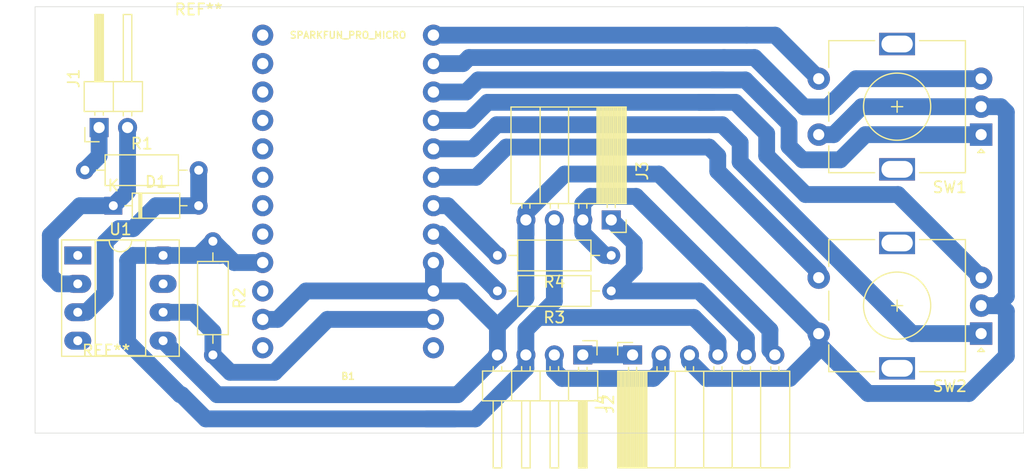
<source format=kicad_pcb>
(kicad_pcb (version 20171130) (host pcbnew 5.1.10)

  (general
    (thickness 1.6)
    (drawings 4)
    (tracks 157)
    (zones 0)
    (modules 15)
    (nets 33)
  )

  (page A4)
  (layers
    (0 F.Cu signal)
    (31 B.Cu signal)
    (32 B.Adhes user)
    (33 F.Adhes user)
    (34 B.Paste user)
    (35 F.Paste user)
    (36 B.SilkS user)
    (37 F.SilkS user)
    (38 B.Mask user)
    (39 F.Mask user)
    (40 Dwgs.User user)
    (41 Cmts.User user)
    (42 Eco1.User user)
    (43 Eco2.User user)
    (44 Edge.Cuts user)
    (45 Margin user)
    (46 B.CrtYd user)
    (47 F.CrtYd user)
    (48 B.Fab user)
    (49 F.Fab user)
  )

  (setup
    (last_trace_width 1.5)
    (trace_clearance 0.5)
    (zone_clearance 0.508)
    (zone_45_only no)
    (trace_min 1.5)
    (via_size 0.8)
    (via_drill 0.4)
    (via_min_size 0.4)
    (via_min_drill 0.3)
    (uvia_size 0.3)
    (uvia_drill 0.1)
    (uvias_allowed no)
    (uvia_min_size 0.2)
    (uvia_min_drill 0.1)
    (edge_width 0.05)
    (segment_width 0.2)
    (pcb_text_width 0.3)
    (pcb_text_size 1.5 1.5)
    (mod_edge_width 0.12)
    (mod_text_size 1 1)
    (mod_text_width 0.15)
    (pad_size 1.524 1.524)
    (pad_drill 0.762)
    (pad_to_mask_clearance 0)
    (aux_axis_origin 0 0)
    (visible_elements FFFFFF7F)
    (pcbplotparams
      (layerselection 0x00000_fffffffe)
      (usegerberextensions false)
      (usegerberattributes true)
      (usegerberadvancedattributes true)
      (creategerberjobfile true)
      (excludeedgelayer true)
      (linewidth 0.100000)
      (plotframeref false)
      (viasonmask false)
      (mode 1)
      (useauxorigin false)
      (hpglpennumber 1)
      (hpglpenspeed 20)
      (hpglpendiameter 15.000000)
      (psnegative false)
      (psa4output false)
      (plotreference false)
      (plotvalue false)
      (plotinvisibletext false)
      (padsonsilk false)
      (subtractmaskfromsilk false)
      (outputformat 4)
      (mirror true)
      (drillshape 1)
      (scaleselection 1)
      (outputdirectory ""))
  )

  (net 0 "")
  (net 1 "Net-(B1-Pad1)")
  (net 2 RXI)
  (net 3 GND)
  (net 4 SDA)
  (net 5 SCL)
  (net 6 R_ENC_A)
  (net 7 R_ENC_B)
  (net 8 R_ENC_S)
  (net 9 L_ENC_A)
  (net 10 L_ENC_B)
  (net 11 L_ENC_S)
  (net 12 "Net-(B1-Pad13)")
  (net 13 "Net-(B1-Pad14)")
  (net 14 "Net-(B1-Pad15)")
  (net 15 "Net-(B1-Pad16)")
  (net 16 "Net-(B1-Pad17)")
  (net 17 "Net-(B1-Pad18)")
  (net 18 "Net-(B1-Pad19)")
  (net 19 "Net-(B1-Pad20)")
  (net 20 +5V)
  (net 21 "Net-(B1-Pad22)")
  (net 22 "Net-(B1-Pad24)")
  (net 23 "Net-(D1-Pad1)")
  (net 24 "Net-(D1-Pad2)")
  (net 25 "Net-(J1-Pad1)")
  (net 26 -12V)
  (net 27 +12V)
  (net 28 "Net-(U1-Pad1)")
  (net 29 "Net-(U1-Pad7)")
  (net 30 "Net-(U1-Pad4)")
  (net 31 "Net-(B1-Pad5)")
  (net 32 "Net-(B1-Pad6)")

  (net_class Default "This is the default net class."
    (clearance 0.5)
    (trace_width 1.5)
    (via_dia 0.8)
    (via_drill 0.4)
    (uvia_dia 0.3)
    (uvia_drill 0.1)
    (diff_pair_width 1.5)
    (diff_pair_gap 0.25)
    (add_net +12V)
    (add_net +5V)
    (add_net -12V)
    (add_net GND)
    (add_net L_ENC_A)
    (add_net L_ENC_B)
    (add_net L_ENC_S)
    (add_net "Net-(B1-Pad1)")
    (add_net "Net-(B1-Pad13)")
    (add_net "Net-(B1-Pad14)")
    (add_net "Net-(B1-Pad15)")
    (add_net "Net-(B1-Pad16)")
    (add_net "Net-(B1-Pad17)")
    (add_net "Net-(B1-Pad18)")
    (add_net "Net-(B1-Pad19)")
    (add_net "Net-(B1-Pad20)")
    (add_net "Net-(B1-Pad22)")
    (add_net "Net-(B1-Pad24)")
    (add_net "Net-(B1-Pad5)")
    (add_net "Net-(B1-Pad6)")
    (add_net "Net-(D1-Pad1)")
    (add_net "Net-(D1-Pad2)")
    (add_net "Net-(J1-Pad1)")
    (add_net "Net-(U1-Pad1)")
    (add_net "Net-(U1-Pad4)")
    (add_net "Net-(U1-Pad7)")
    (add_net RXI)
    (add_net R_ENC_A)
    (add_net R_ENC_B)
    (add_net R_ENC_S)
    (add_net SCL)
    (add_net SDA)
  )

  (module MountingHole:MountingHole_3.2mm_M3 (layer F.Cu) (tedit 56D1B4CB) (tstamp 611115B5)
    (at 24.13 50.165)
    (descr "Mounting Hole 3.2mm, no annular, M3")
    (tags "mounting hole 3.2mm no annular m3")
    (attr virtual)
    (fp_text reference REF** (at 0 -4.2) (layer F.SilkS)
      (effects (font (size 1 1) (thickness 0.15)))
    )
    (fp_text value MountingHole_3.2mm_M3 (at 0 4.2) (layer F.Fab)
      (effects (font (size 1 1) (thickness 0.15)))
    )
    (fp_circle (center 0 0) (end 3.45 0) (layer F.CrtYd) (width 0.05))
    (fp_circle (center 0 0) (end 3.2 0) (layer Cmts.User) (width 0.15))
    (fp_text user %R (at 0.3 0) (layer F.Fab)
      (effects (font (size 1 1) (thickness 0.15)))
    )
    (pad 1 np_thru_hole circle (at 0 0) (size 3.2 3.2) (drill 3.2) (layers *.Cu *.Mask))
  )

  (module MountingHole:MountingHole_3.2mm_M3 (layer F.Cu) (tedit 56D1B4CB) (tstamp 61111581)
    (at 32.385 19.685)
    (descr "Mounting Hole 3.2mm, no annular, M3")
    (tags "mounting hole 3.2mm no annular m3")
    (attr virtual)
    (fp_text reference REF** (at 0 -4.2) (layer F.SilkS)
      (effects (font (size 1 1) (thickness 0.15)))
    )
    (fp_text value MountingHole_3.2mm_M3 (at 0 4.2) (layer F.Fab)
      (effects (font (size 1 1) (thickness 0.15)))
    )
    (fp_circle (center 0 0) (end 3.45 0) (layer F.CrtYd) (width 0.05))
    (fp_circle (center 0 0) (end 3.2 0) (layer Cmts.User) (width 0.15))
    (fp_text user %R (at 0.3 0) (layer F.Fab)
      (effects (font (size 1 1) (thickness 0.15)))
    )
    (pad 1 np_thru_hole circle (at 0 0) (size 3.2 3.2) (drill 3.2) (layers *.Cu *.Mask))
  )

  (module Boards:SPARKFUN_PRO_MICRO (layer F.Cu) (tedit 200000) (tstamp 61110EB5)
    (at 45.72 33.02 180)
    (descr "SPARKFUN PRO MICO FOOTPRINT (WITH USB CONNECTOR)")
    (tags "SPARKFUN PRO MICO FOOTPRINT (WITH USB CONNECTOR)")
    (path /611B2A05)
    (attr virtual)
    (fp_text reference B1 (at 0 -15.24) (layer F.SilkS)
      (effects (font (size 0.6096 0.6096) (thickness 0.127)))
    )
    (fp_text value SPARKFUN_PRO_MICRO (at 0 15.24) (layer F.SilkS)
      (effects (font (size 0.6096 0.6096) (thickness 0.127)))
    )
    (fp_line (start 3.81 -17.78) (end 3.81 -16.51) (layer Dwgs.User) (width 0.127))
    (fp_line (start -3.81 -17.78) (end 3.81 -17.78) (layer Dwgs.User) (width 0.127))
    (fp_line (start -3.81 -16.51) (end -3.81 -17.78) (layer Dwgs.User) (width 0.127))
    (fp_line (start 8.89 -16.51) (end -8.89 -16.51) (layer Dwgs.User) (width 0.127))
    (fp_line (start 8.89 16.51) (end 8.89 -16.51) (layer Dwgs.User) (width 0.127))
    (fp_line (start -8.89 16.51) (end 8.89 16.51) (layer Dwgs.User) (width 0.127))
    (fp_line (start -8.89 -16.51) (end -8.89 16.51) (layer Dwgs.User) (width 0.127))
    (fp_text user USB (at -0.0508 -16.9164) (layer Dwgs.User)
      (effects (font (size 0.8128 0.8128) (thickness 0.1524)))
    )
    (pad 1 thru_hole circle (at -7.62 -12.7 180) (size 1.8796 1.8796) (drill 1.016) (layers *.Cu *.Mask)
      (net 1 "Net-(B1-Pad1)") (solder_mask_margin 0.1016))
    (pad 2 thru_hole circle (at -7.62 -10.16 180) (size 1.8796 1.8796) (drill 1.016) (layers *.Cu *.Mask)
      (net 2 RXI) (solder_mask_margin 0.1016))
    (pad 3 thru_hole circle (at -7.62 -7.62 180) (size 1.8796 1.8796) (drill 1.016) (layers *.Cu *.Mask)
      (net 3 GND) (solder_mask_margin 0.1016))
    (pad 4 thru_hole circle (at -7.62 -5.08 180) (size 1.8796 1.8796) (drill 1.016) (layers *.Cu *.Mask)
      (net 3 GND) (solder_mask_margin 0.1016))
    (pad 5 thru_hole circle (at -7.62 -2.54 180) (size 1.8796 1.8796) (drill 1.016) (layers *.Cu *.Mask)
      (net 31 "Net-(B1-Pad5)") (solder_mask_margin 0.1016))
    (pad 6 thru_hole circle (at -7.62 0 180) (size 1.8796 1.8796) (drill 1.016) (layers *.Cu *.Mask)
      (net 32 "Net-(B1-Pad6)") (solder_mask_margin 0.1016))
    (pad 7 thru_hole circle (at -7.62 2.54 180) (size 1.8796 1.8796) (drill 1.016) (layers *.Cu *.Mask)
      (net 8 R_ENC_S) (solder_mask_margin 0.1016))
    (pad 8 thru_hole circle (at -7.62 5.08 180) (size 1.8796 1.8796) (drill 1.016) (layers *.Cu *.Mask)
      (net 6 R_ENC_A) (solder_mask_margin 0.1016))
    (pad 9 thru_hole circle (at -7.62 7.62 180) (size 1.8796 1.8796) (drill 1.016) (layers *.Cu *.Mask)
      (net 7 R_ENC_B) (solder_mask_margin 0.1016))
    (pad 10 thru_hole circle (at -7.62 10.16 180) (size 1.8796 1.8796) (drill 1.016) (layers *.Cu *.Mask)
      (net 9 L_ENC_A) (solder_mask_margin 0.1016))
    (pad 11 thru_hole circle (at -7.62 12.7 180) (size 1.8796 1.8796) (drill 1.016) (layers *.Cu *.Mask)
      (net 10 L_ENC_B) (solder_mask_margin 0.1016))
    (pad 12 thru_hole circle (at -7.62 15.24 180) (size 1.8796 1.8796) (drill 1.016) (layers *.Cu *.Mask)
      (net 11 L_ENC_S) (solder_mask_margin 0.1016))
    (pad 13 thru_hole circle (at 7.62 15.24 180) (size 1.8796 1.8796) (drill 1.016) (layers *.Cu *.Mask)
      (net 12 "Net-(B1-Pad13)") (solder_mask_margin 0.1016))
    (pad 14 thru_hole circle (at 7.62 12.7 180) (size 1.8796 1.8796) (drill 1.016) (layers *.Cu *.Mask)
      (net 13 "Net-(B1-Pad14)") (solder_mask_margin 0.1016))
    (pad 15 thru_hole circle (at 7.62 10.16 180) (size 1.8796 1.8796) (drill 1.016) (layers *.Cu *.Mask)
      (net 14 "Net-(B1-Pad15)") (solder_mask_margin 0.1016))
    (pad 16 thru_hole circle (at 7.62 7.62 180) (size 1.8796 1.8796) (drill 1.016) (layers *.Cu *.Mask)
      (net 15 "Net-(B1-Pad16)") (solder_mask_margin 0.1016))
    (pad 17 thru_hole circle (at 7.62 5.08 180) (size 1.8796 1.8796) (drill 1.016) (layers *.Cu *.Mask)
      (net 16 "Net-(B1-Pad17)") (solder_mask_margin 0.1016))
    (pad 18 thru_hole circle (at 7.62 2.54 180) (size 1.8796 1.8796) (drill 1.016) (layers *.Cu *.Mask)
      (net 17 "Net-(B1-Pad18)") (solder_mask_margin 0.1016))
    (pad 19 thru_hole circle (at 7.62 0 180) (size 1.8796 1.8796) (drill 1.016) (layers *.Cu *.Mask)
      (net 18 "Net-(B1-Pad19)") (solder_mask_margin 0.1016))
    (pad 20 thru_hole circle (at 7.62 -2.54 180) (size 1.8796 1.8796) (drill 1.016) (layers *.Cu *.Mask)
      (net 19 "Net-(B1-Pad20)") (solder_mask_margin 0.1016))
    (pad 21 thru_hole circle (at 7.62 -5.08 180) (size 1.8796 1.8796) (drill 1.016) (layers *.Cu *.Mask)
      (net 20 +5V) (solder_mask_margin 0.1016))
    (pad 22 thru_hole circle (at 7.62 -7.62 180) (size 1.8796 1.8796) (drill 1.016) (layers *.Cu *.Mask)
      (net 21 "Net-(B1-Pad22)") (solder_mask_margin 0.1016))
    (pad 23 thru_hole circle (at 7.62 -10.16 180) (size 1.8796 1.8796) (drill 1.016) (layers *.Cu *.Mask)
      (net 3 GND) (solder_mask_margin 0.1016))
    (pad 24 thru_hole circle (at 7.62 -12.7 180) (size 1.8796 1.8796) (drill 1.016) (layers *.Cu *.Mask)
      (net 22 "Net-(B1-Pad24)") (solder_mask_margin 0.1016))
  )

  (module Diode_THT:D_DO-35_SOD27_P7.62mm_Horizontal (layer F.Cu) (tedit 5AE50CD5) (tstamp 6110EC25)
    (at 24.765 33.02)
    (descr "Diode, DO-35_SOD27 series, Axial, Horizontal, pin pitch=7.62mm, , length*diameter=4*2mm^2, , http://www.diodes.com/_files/packages/DO-35.pdf")
    (tags "Diode DO-35_SOD27 series Axial Horizontal pin pitch 7.62mm  length 4mm diameter 2mm")
    (path /6118F039)
    (fp_text reference D1 (at 3.81 -2.12) (layer F.SilkS)
      (effects (font (size 1 1) (thickness 0.15)))
    )
    (fp_text value 1N914 (at 3.81 2.12) (layer F.Fab)
      (effects (font (size 1 1) (thickness 0.15)))
    )
    (fp_line (start 8.67 -1.25) (end -1.05 -1.25) (layer F.CrtYd) (width 0.05))
    (fp_line (start 8.67 1.25) (end 8.67 -1.25) (layer F.CrtYd) (width 0.05))
    (fp_line (start -1.05 1.25) (end 8.67 1.25) (layer F.CrtYd) (width 0.05))
    (fp_line (start -1.05 -1.25) (end -1.05 1.25) (layer F.CrtYd) (width 0.05))
    (fp_line (start 2.29 -1.12) (end 2.29 1.12) (layer F.SilkS) (width 0.12))
    (fp_line (start 2.53 -1.12) (end 2.53 1.12) (layer F.SilkS) (width 0.12))
    (fp_line (start 2.41 -1.12) (end 2.41 1.12) (layer F.SilkS) (width 0.12))
    (fp_line (start 6.58 0) (end 5.93 0) (layer F.SilkS) (width 0.12))
    (fp_line (start 1.04 0) (end 1.69 0) (layer F.SilkS) (width 0.12))
    (fp_line (start 5.93 -1.12) (end 1.69 -1.12) (layer F.SilkS) (width 0.12))
    (fp_line (start 5.93 1.12) (end 5.93 -1.12) (layer F.SilkS) (width 0.12))
    (fp_line (start 1.69 1.12) (end 5.93 1.12) (layer F.SilkS) (width 0.12))
    (fp_line (start 1.69 -1.12) (end 1.69 1.12) (layer F.SilkS) (width 0.12))
    (fp_line (start 2.31 -1) (end 2.31 1) (layer F.Fab) (width 0.1))
    (fp_line (start 2.51 -1) (end 2.51 1) (layer F.Fab) (width 0.1))
    (fp_line (start 2.41 -1) (end 2.41 1) (layer F.Fab) (width 0.1))
    (fp_line (start 7.62 0) (end 5.81 0) (layer F.Fab) (width 0.1))
    (fp_line (start 0 0) (end 1.81 0) (layer F.Fab) (width 0.1))
    (fp_line (start 5.81 -1) (end 1.81 -1) (layer F.Fab) (width 0.1))
    (fp_line (start 5.81 1) (end 5.81 -1) (layer F.Fab) (width 0.1))
    (fp_line (start 1.81 1) (end 5.81 1) (layer F.Fab) (width 0.1))
    (fp_line (start 1.81 -1) (end 1.81 1) (layer F.Fab) (width 0.1))
    (fp_text user %R (at 4.11 0) (layer F.Fab)
      (effects (font (size 0.8 0.8) (thickness 0.12)))
    )
    (fp_text user K (at 0 -1.8) (layer F.Fab)
      (effects (font (size 1 1) (thickness 0.15)))
    )
    (fp_text user K (at 0 -1.8) (layer F.SilkS)
      (effects (font (size 1 1) (thickness 0.15)))
    )
    (pad 1 thru_hole rect (at 0 0) (size 1.6 1.6) (drill 0.8) (layers *.Cu *.Mask)
      (net 23 "Net-(D1-Pad1)"))
    (pad 2 thru_hole oval (at 7.62 0) (size 1.6 1.6) (drill 0.8) (layers *.Cu *.Mask)
      (net 24 "Net-(D1-Pad2)"))
    (model ${KISYS3DMOD}/Diode_THT.3dshapes/D_DO-35_SOD27_P7.62mm_Horizontal.wrl
      (at (xyz 0 0 0))
      (scale (xyz 1 1 1))
      (rotate (xyz 0 0 0))
    )
  )

  (module Connector_PinHeader_2.54mm:PinHeader_1x02_P2.54mm_Horizontal (layer F.Cu) (tedit 59FED5CB) (tstamp 6110F928)
    (at 23.495 26.035 90)
    (descr "Through hole angled pin header, 1x02, 2.54mm pitch, 6mm pin length, single row")
    (tags "Through hole angled pin header THT 1x02 2.54mm single row")
    (path /6123143F)
    (fp_text reference J1 (at 4.385 -2.27 90) (layer F.SilkS)
      (effects (font (size 1 1) (thickness 0.15)))
    )
    (fp_text value MIDI (at 4.385 4.81 90) (layer F.Fab)
      (effects (font (size 1 1) (thickness 0.15)))
    )
    (fp_line (start 10.55 -1.8) (end -1.8 -1.8) (layer F.CrtYd) (width 0.05))
    (fp_line (start 10.55 4.35) (end 10.55 -1.8) (layer F.CrtYd) (width 0.05))
    (fp_line (start -1.8 4.35) (end 10.55 4.35) (layer F.CrtYd) (width 0.05))
    (fp_line (start -1.8 -1.8) (end -1.8 4.35) (layer F.CrtYd) (width 0.05))
    (fp_line (start -1.27 -1.27) (end 0 -1.27) (layer F.SilkS) (width 0.12))
    (fp_line (start -1.27 0) (end -1.27 -1.27) (layer F.SilkS) (width 0.12))
    (fp_line (start 1.042929 2.92) (end 1.44 2.92) (layer F.SilkS) (width 0.12))
    (fp_line (start 1.042929 2.16) (end 1.44 2.16) (layer F.SilkS) (width 0.12))
    (fp_line (start 10.1 2.92) (end 4.1 2.92) (layer F.SilkS) (width 0.12))
    (fp_line (start 10.1 2.16) (end 10.1 2.92) (layer F.SilkS) (width 0.12))
    (fp_line (start 4.1 2.16) (end 10.1 2.16) (layer F.SilkS) (width 0.12))
    (fp_line (start 1.44 1.27) (end 4.1 1.27) (layer F.SilkS) (width 0.12))
    (fp_line (start 1.11 0.38) (end 1.44 0.38) (layer F.SilkS) (width 0.12))
    (fp_line (start 1.11 -0.38) (end 1.44 -0.38) (layer F.SilkS) (width 0.12))
    (fp_line (start 4.1 0.28) (end 10.1 0.28) (layer F.SilkS) (width 0.12))
    (fp_line (start 4.1 0.16) (end 10.1 0.16) (layer F.SilkS) (width 0.12))
    (fp_line (start 4.1 0.04) (end 10.1 0.04) (layer F.SilkS) (width 0.12))
    (fp_line (start 4.1 -0.08) (end 10.1 -0.08) (layer F.SilkS) (width 0.12))
    (fp_line (start 4.1 -0.2) (end 10.1 -0.2) (layer F.SilkS) (width 0.12))
    (fp_line (start 4.1 -0.32) (end 10.1 -0.32) (layer F.SilkS) (width 0.12))
    (fp_line (start 10.1 0.38) (end 4.1 0.38) (layer F.SilkS) (width 0.12))
    (fp_line (start 10.1 -0.38) (end 10.1 0.38) (layer F.SilkS) (width 0.12))
    (fp_line (start 4.1 -0.38) (end 10.1 -0.38) (layer F.SilkS) (width 0.12))
    (fp_line (start 4.1 -1.33) (end 1.44 -1.33) (layer F.SilkS) (width 0.12))
    (fp_line (start 4.1 3.87) (end 4.1 -1.33) (layer F.SilkS) (width 0.12))
    (fp_line (start 1.44 3.87) (end 4.1 3.87) (layer F.SilkS) (width 0.12))
    (fp_line (start 1.44 -1.33) (end 1.44 3.87) (layer F.SilkS) (width 0.12))
    (fp_line (start 4.04 2.86) (end 10.04 2.86) (layer F.Fab) (width 0.1))
    (fp_line (start 10.04 2.22) (end 10.04 2.86) (layer F.Fab) (width 0.1))
    (fp_line (start 4.04 2.22) (end 10.04 2.22) (layer F.Fab) (width 0.1))
    (fp_line (start -0.32 2.86) (end 1.5 2.86) (layer F.Fab) (width 0.1))
    (fp_line (start -0.32 2.22) (end -0.32 2.86) (layer F.Fab) (width 0.1))
    (fp_line (start -0.32 2.22) (end 1.5 2.22) (layer F.Fab) (width 0.1))
    (fp_line (start 4.04 0.32) (end 10.04 0.32) (layer F.Fab) (width 0.1))
    (fp_line (start 10.04 -0.32) (end 10.04 0.32) (layer F.Fab) (width 0.1))
    (fp_line (start 4.04 -0.32) (end 10.04 -0.32) (layer F.Fab) (width 0.1))
    (fp_line (start -0.32 0.32) (end 1.5 0.32) (layer F.Fab) (width 0.1))
    (fp_line (start -0.32 -0.32) (end -0.32 0.32) (layer F.Fab) (width 0.1))
    (fp_line (start -0.32 -0.32) (end 1.5 -0.32) (layer F.Fab) (width 0.1))
    (fp_line (start 1.5 -0.635) (end 2.135 -1.27) (layer F.Fab) (width 0.1))
    (fp_line (start 1.5 3.81) (end 1.5 -0.635) (layer F.Fab) (width 0.1))
    (fp_line (start 4.04 3.81) (end 1.5 3.81) (layer F.Fab) (width 0.1))
    (fp_line (start 4.04 -1.27) (end 4.04 3.81) (layer F.Fab) (width 0.1))
    (fp_line (start 2.135 -1.27) (end 4.04 -1.27) (layer F.Fab) (width 0.1))
    (fp_text user %R (at 2.77 1.27) (layer F.Fab)
      (effects (font (size 1 1) (thickness 0.15)))
    )
    (pad 1 thru_hole rect (at 0 0 90) (size 1.7 1.7) (drill 1) (layers *.Cu *.Mask)
      (net 25 "Net-(J1-Pad1)"))
    (pad 2 thru_hole oval (at 0 2.54 90) (size 1.7 1.7) (drill 1) (layers *.Cu *.Mask)
      (net 23 "Net-(D1-Pad1)"))
    (model ${KISYS3DMOD}/Connector_PinHeader_2.54mm.3dshapes/PinHeader_1x02_P2.54mm_Horizontal.wrl
      (at (xyz 0 0 0))
      (scale (xyz 1 1 1))
      (rotate (xyz 0 0 0))
    )
  )

  (module Connector_PinHeader_2.54mm:PinHeader_1x04_P2.54mm_Horizontal (layer F.Cu) (tedit 59FED5CB) (tstamp 6110ECA5)
    (at 66.675 46.355 270)
    (descr "Through hole angled pin header, 1x04, 2.54mm pitch, 6mm pin length, single row")
    (tags "Through hole angled pin header THT 1x04 2.54mm single row")
    (path /611FBBCF)
    (fp_text reference J2 (at 4.385 -2.27 90) (layer F.SilkS)
      (effects (font (size 1 1) (thickness 0.15)))
    )
    (fp_text value Power (at 4.385 9.89 90) (layer F.Fab)
      (effects (font (size 1 1) (thickness 0.15)))
    )
    (fp_line (start 10.55 -1.8) (end -1.8 -1.8) (layer F.CrtYd) (width 0.05))
    (fp_line (start 10.55 9.4) (end 10.55 -1.8) (layer F.CrtYd) (width 0.05))
    (fp_line (start -1.8 9.4) (end 10.55 9.4) (layer F.CrtYd) (width 0.05))
    (fp_line (start -1.8 -1.8) (end -1.8 9.4) (layer F.CrtYd) (width 0.05))
    (fp_line (start -1.27 -1.27) (end 0 -1.27) (layer F.SilkS) (width 0.12))
    (fp_line (start -1.27 0) (end -1.27 -1.27) (layer F.SilkS) (width 0.12))
    (fp_line (start 1.042929 8) (end 1.44 8) (layer F.SilkS) (width 0.12))
    (fp_line (start 1.042929 7.24) (end 1.44 7.24) (layer F.SilkS) (width 0.12))
    (fp_line (start 10.1 8) (end 4.1 8) (layer F.SilkS) (width 0.12))
    (fp_line (start 10.1 7.24) (end 10.1 8) (layer F.SilkS) (width 0.12))
    (fp_line (start 4.1 7.24) (end 10.1 7.24) (layer F.SilkS) (width 0.12))
    (fp_line (start 1.44 6.35) (end 4.1 6.35) (layer F.SilkS) (width 0.12))
    (fp_line (start 1.042929 5.46) (end 1.44 5.46) (layer F.SilkS) (width 0.12))
    (fp_line (start 1.042929 4.7) (end 1.44 4.7) (layer F.SilkS) (width 0.12))
    (fp_line (start 10.1 5.46) (end 4.1 5.46) (layer F.SilkS) (width 0.12))
    (fp_line (start 10.1 4.7) (end 10.1 5.46) (layer F.SilkS) (width 0.12))
    (fp_line (start 4.1 4.7) (end 10.1 4.7) (layer F.SilkS) (width 0.12))
    (fp_line (start 1.44 3.81) (end 4.1 3.81) (layer F.SilkS) (width 0.12))
    (fp_line (start 1.042929 2.92) (end 1.44 2.92) (layer F.SilkS) (width 0.12))
    (fp_line (start 1.042929 2.16) (end 1.44 2.16) (layer F.SilkS) (width 0.12))
    (fp_line (start 10.1 2.92) (end 4.1 2.92) (layer F.SilkS) (width 0.12))
    (fp_line (start 10.1 2.16) (end 10.1 2.92) (layer F.SilkS) (width 0.12))
    (fp_line (start 4.1 2.16) (end 10.1 2.16) (layer F.SilkS) (width 0.12))
    (fp_line (start 1.44 1.27) (end 4.1 1.27) (layer F.SilkS) (width 0.12))
    (fp_line (start 1.11 0.38) (end 1.44 0.38) (layer F.SilkS) (width 0.12))
    (fp_line (start 1.11 -0.38) (end 1.44 -0.38) (layer F.SilkS) (width 0.12))
    (fp_line (start 4.1 0.28) (end 10.1 0.28) (layer F.SilkS) (width 0.12))
    (fp_line (start 4.1 0.16) (end 10.1 0.16) (layer F.SilkS) (width 0.12))
    (fp_line (start 4.1 0.04) (end 10.1 0.04) (layer F.SilkS) (width 0.12))
    (fp_line (start 4.1 -0.08) (end 10.1 -0.08) (layer F.SilkS) (width 0.12))
    (fp_line (start 4.1 -0.2) (end 10.1 -0.2) (layer F.SilkS) (width 0.12))
    (fp_line (start 4.1 -0.32) (end 10.1 -0.32) (layer F.SilkS) (width 0.12))
    (fp_line (start 10.1 0.38) (end 4.1 0.38) (layer F.SilkS) (width 0.12))
    (fp_line (start 10.1 -0.38) (end 10.1 0.38) (layer F.SilkS) (width 0.12))
    (fp_line (start 4.1 -0.38) (end 10.1 -0.38) (layer F.SilkS) (width 0.12))
    (fp_line (start 4.1 -1.33) (end 1.44 -1.33) (layer F.SilkS) (width 0.12))
    (fp_line (start 4.1 8.95) (end 4.1 -1.33) (layer F.SilkS) (width 0.12))
    (fp_line (start 1.44 8.95) (end 4.1 8.95) (layer F.SilkS) (width 0.12))
    (fp_line (start 1.44 -1.33) (end 1.44 8.95) (layer F.SilkS) (width 0.12))
    (fp_line (start 4.04 7.94) (end 10.04 7.94) (layer F.Fab) (width 0.1))
    (fp_line (start 10.04 7.3) (end 10.04 7.94) (layer F.Fab) (width 0.1))
    (fp_line (start 4.04 7.3) (end 10.04 7.3) (layer F.Fab) (width 0.1))
    (fp_line (start -0.32 7.94) (end 1.5 7.94) (layer F.Fab) (width 0.1))
    (fp_line (start -0.32 7.3) (end -0.32 7.94) (layer F.Fab) (width 0.1))
    (fp_line (start -0.32 7.3) (end 1.5 7.3) (layer F.Fab) (width 0.1))
    (fp_line (start 4.04 5.4) (end 10.04 5.4) (layer F.Fab) (width 0.1))
    (fp_line (start 10.04 4.76) (end 10.04 5.4) (layer F.Fab) (width 0.1))
    (fp_line (start 4.04 4.76) (end 10.04 4.76) (layer F.Fab) (width 0.1))
    (fp_line (start -0.32 5.4) (end 1.5 5.4) (layer F.Fab) (width 0.1))
    (fp_line (start -0.32 4.76) (end -0.32 5.4) (layer F.Fab) (width 0.1))
    (fp_line (start -0.32 4.76) (end 1.5 4.76) (layer F.Fab) (width 0.1))
    (fp_line (start 4.04 2.86) (end 10.04 2.86) (layer F.Fab) (width 0.1))
    (fp_line (start 10.04 2.22) (end 10.04 2.86) (layer F.Fab) (width 0.1))
    (fp_line (start 4.04 2.22) (end 10.04 2.22) (layer F.Fab) (width 0.1))
    (fp_line (start -0.32 2.86) (end 1.5 2.86) (layer F.Fab) (width 0.1))
    (fp_line (start -0.32 2.22) (end -0.32 2.86) (layer F.Fab) (width 0.1))
    (fp_line (start -0.32 2.22) (end 1.5 2.22) (layer F.Fab) (width 0.1))
    (fp_line (start 4.04 0.32) (end 10.04 0.32) (layer F.Fab) (width 0.1))
    (fp_line (start 10.04 -0.32) (end 10.04 0.32) (layer F.Fab) (width 0.1))
    (fp_line (start 4.04 -0.32) (end 10.04 -0.32) (layer F.Fab) (width 0.1))
    (fp_line (start -0.32 0.32) (end 1.5 0.32) (layer F.Fab) (width 0.1))
    (fp_line (start -0.32 -0.32) (end -0.32 0.32) (layer F.Fab) (width 0.1))
    (fp_line (start -0.32 -0.32) (end 1.5 -0.32) (layer F.Fab) (width 0.1))
    (fp_line (start 1.5 -0.635) (end 2.135 -1.27) (layer F.Fab) (width 0.1))
    (fp_line (start 1.5 8.89) (end 1.5 -0.635) (layer F.Fab) (width 0.1))
    (fp_line (start 4.04 8.89) (end 1.5 8.89) (layer F.Fab) (width 0.1))
    (fp_line (start 4.04 -1.27) (end 4.04 8.89) (layer F.Fab) (width 0.1))
    (fp_line (start 2.135 -1.27) (end 4.04 -1.27) (layer F.Fab) (width 0.1))
    (fp_text user %R (at 2.77 3.81) (layer F.Fab)
      (effects (font (size 1 1) (thickness 0.15)))
    )
    (pad 1 thru_hole rect (at 0 0 270) (size 1.7 1.7) (drill 1) (layers *.Cu *.Mask)
      (net 27 +12V))
    (pad 2 thru_hole oval (at 0 2.54 270) (size 1.7 1.7) (drill 1) (layers *.Cu *.Mask)
      (net 26 -12V))
    (pad 3 thru_hole oval (at 0 5.08 270) (size 1.7 1.7) (drill 1) (layers *.Cu *.Mask)
      (net 20 +5V))
    (pad 4 thru_hole oval (at 0 7.62 270) (size 1.7 1.7) (drill 1) (layers *.Cu *.Mask)
      (net 3 GND))
    (model ${KISYS3DMOD}/Connector_PinHeader_2.54mm.3dshapes/PinHeader_1x04_P2.54mm_Horizontal.wrl
      (at (xyz 0 0 0))
      (scale (xyz 1 1 1))
      (rotate (xyz 0 0 0))
    )
  )

  (module Connector_PinSocket_2.54mm:PinSocket_1x04_P2.54mm_Horizontal (layer F.Cu) (tedit 5A19A424) (tstamp 6110ECE9)
    (at 69.215 34.29 270)
    (descr "Through hole angled socket strip, 1x04, 2.54mm pitch, 8.51mm socket length, single row (from Kicad 4.0.7), script generated")
    (tags "Through hole angled socket strip THT 1x04 2.54mm single row")
    (path /611F0AC0)
    (fp_text reference J3 (at -4.38 -2.77 90) (layer F.SilkS)
      (effects (font (size 1 1) (thickness 0.15)))
    )
    (fp_text value SSD1306 (at -4.38 10.39 90) (layer F.Fab)
      (effects (font (size 1 1) (thickness 0.15)))
    )
    (fp_line (start 1.75 9.45) (end 1.75 -1.75) (layer F.CrtYd) (width 0.05))
    (fp_line (start -10.55 9.45) (end 1.75 9.45) (layer F.CrtYd) (width 0.05))
    (fp_line (start -10.55 -1.75) (end -10.55 9.45) (layer F.CrtYd) (width 0.05))
    (fp_line (start 1.75 -1.75) (end -10.55 -1.75) (layer F.CrtYd) (width 0.05))
    (fp_line (start 0 -1.33) (end 1.11 -1.33) (layer F.SilkS) (width 0.12))
    (fp_line (start 1.11 -1.33) (end 1.11 0) (layer F.SilkS) (width 0.12))
    (fp_line (start -10.09 -1.33) (end -10.09 8.95) (layer F.SilkS) (width 0.12))
    (fp_line (start -10.09 8.95) (end -1.46 8.95) (layer F.SilkS) (width 0.12))
    (fp_line (start -1.46 -1.33) (end -1.46 8.95) (layer F.SilkS) (width 0.12))
    (fp_line (start -10.09 -1.33) (end -1.46 -1.33) (layer F.SilkS) (width 0.12))
    (fp_line (start -10.09 6.35) (end -1.46 6.35) (layer F.SilkS) (width 0.12))
    (fp_line (start -10.09 3.81) (end -1.46 3.81) (layer F.SilkS) (width 0.12))
    (fp_line (start -10.09 1.27) (end -1.46 1.27) (layer F.SilkS) (width 0.12))
    (fp_line (start -1.46 7.98) (end -1.05 7.98) (layer F.SilkS) (width 0.12))
    (fp_line (start -1.46 7.26) (end -1.05 7.26) (layer F.SilkS) (width 0.12))
    (fp_line (start -1.46 5.44) (end -1.05 5.44) (layer F.SilkS) (width 0.12))
    (fp_line (start -1.46 4.72) (end -1.05 4.72) (layer F.SilkS) (width 0.12))
    (fp_line (start -1.46 2.9) (end -1.05 2.9) (layer F.SilkS) (width 0.12))
    (fp_line (start -1.46 2.18) (end -1.05 2.18) (layer F.SilkS) (width 0.12))
    (fp_line (start -1.46 0.36) (end -1.11 0.36) (layer F.SilkS) (width 0.12))
    (fp_line (start -1.46 -0.36) (end -1.11 -0.36) (layer F.SilkS) (width 0.12))
    (fp_line (start -10.09 1.1519) (end -1.46 1.1519) (layer F.SilkS) (width 0.12))
    (fp_line (start -10.09 1.033805) (end -1.46 1.033805) (layer F.SilkS) (width 0.12))
    (fp_line (start -10.09 0.91571) (end -1.46 0.91571) (layer F.SilkS) (width 0.12))
    (fp_line (start -10.09 0.797615) (end -1.46 0.797615) (layer F.SilkS) (width 0.12))
    (fp_line (start -10.09 0.67952) (end -1.46 0.67952) (layer F.SilkS) (width 0.12))
    (fp_line (start -10.09 0.561425) (end -1.46 0.561425) (layer F.SilkS) (width 0.12))
    (fp_line (start -10.09 0.44333) (end -1.46 0.44333) (layer F.SilkS) (width 0.12))
    (fp_line (start -10.09 0.325235) (end -1.46 0.325235) (layer F.SilkS) (width 0.12))
    (fp_line (start -10.09 0.20714) (end -1.46 0.20714) (layer F.SilkS) (width 0.12))
    (fp_line (start -10.09 0.089045) (end -1.46 0.089045) (layer F.SilkS) (width 0.12))
    (fp_line (start -10.09 -0.02905) (end -1.46 -0.02905) (layer F.SilkS) (width 0.12))
    (fp_line (start -10.09 -0.147145) (end -1.46 -0.147145) (layer F.SilkS) (width 0.12))
    (fp_line (start -10.09 -0.26524) (end -1.46 -0.26524) (layer F.SilkS) (width 0.12))
    (fp_line (start -10.09 -0.383335) (end -1.46 -0.383335) (layer F.SilkS) (width 0.12))
    (fp_line (start -10.09 -0.50143) (end -1.46 -0.50143) (layer F.SilkS) (width 0.12))
    (fp_line (start -10.09 -0.619525) (end -1.46 -0.619525) (layer F.SilkS) (width 0.12))
    (fp_line (start -10.09 -0.73762) (end -1.46 -0.73762) (layer F.SilkS) (width 0.12))
    (fp_line (start -10.09 -0.855715) (end -1.46 -0.855715) (layer F.SilkS) (width 0.12))
    (fp_line (start -10.09 -0.97381) (end -1.46 -0.97381) (layer F.SilkS) (width 0.12))
    (fp_line (start -10.09 -1.091905) (end -1.46 -1.091905) (layer F.SilkS) (width 0.12))
    (fp_line (start -10.09 -1.21) (end -1.46 -1.21) (layer F.SilkS) (width 0.12))
    (fp_line (start 0 7.92) (end 0 7.32) (layer F.Fab) (width 0.1))
    (fp_line (start -1.52 7.92) (end 0 7.92) (layer F.Fab) (width 0.1))
    (fp_line (start 0 7.32) (end -1.52 7.32) (layer F.Fab) (width 0.1))
    (fp_line (start 0 5.38) (end 0 4.78) (layer F.Fab) (width 0.1))
    (fp_line (start -1.52 5.38) (end 0 5.38) (layer F.Fab) (width 0.1))
    (fp_line (start 0 4.78) (end -1.52 4.78) (layer F.Fab) (width 0.1))
    (fp_line (start 0 2.84) (end 0 2.24) (layer F.Fab) (width 0.1))
    (fp_line (start -1.52 2.84) (end 0 2.84) (layer F.Fab) (width 0.1))
    (fp_line (start 0 2.24) (end -1.52 2.24) (layer F.Fab) (width 0.1))
    (fp_line (start 0 0.3) (end 0 -0.3) (layer F.Fab) (width 0.1))
    (fp_line (start -1.52 0.3) (end 0 0.3) (layer F.Fab) (width 0.1))
    (fp_line (start 0 -0.3) (end -1.52 -0.3) (layer F.Fab) (width 0.1))
    (fp_line (start -10.03 8.89) (end -10.03 -1.27) (layer F.Fab) (width 0.1))
    (fp_line (start -1.52 8.89) (end -10.03 8.89) (layer F.Fab) (width 0.1))
    (fp_line (start -1.52 -0.3) (end -1.52 8.89) (layer F.Fab) (width 0.1))
    (fp_line (start -2.49 -1.27) (end -1.52 -0.3) (layer F.Fab) (width 0.1))
    (fp_line (start -10.03 -1.27) (end -2.49 -1.27) (layer F.Fab) (width 0.1))
    (fp_text user %R (at -5.775 3.81) (layer F.Fab)
      (effects (font (size 1 1) (thickness 0.15)))
    )
    (pad 1 thru_hole rect (at 0 0 270) (size 1.7 1.7) (drill 1) (layers *.Cu *.Mask)
      (net 4 SDA))
    (pad 2 thru_hole oval (at 0 2.54 270) (size 1.7 1.7) (drill 1) (layers *.Cu *.Mask)
      (net 5 SCL))
    (pad 3 thru_hole oval (at 0 5.08 270) (size 1.7 1.7) (drill 1) (layers *.Cu *.Mask)
      (net 20 +5V))
    (pad 4 thru_hole oval (at 0 7.62 270) (size 1.7 1.7) (drill 1) (layers *.Cu *.Mask)
      (net 3 GND))
    (model ${KISYS3DMOD}/Connector_PinSocket_2.54mm.3dshapes/PinSocket_1x04_P2.54mm_Horizontal.wrl
      (at (xyz 0 0 0))
      (scale (xyz 1 1 1))
      (rotate (xyz 0 0 0))
    )
  )

  (module Connector_PinSocket_2.54mm:PinSocket_1x06_P2.54mm_Horizontal (layer F.Cu) (tedit 5A19A42D) (tstamp 6110ED3B)
    (at 71.12 46.355 90)
    (descr "Through hole angled socket strip, 1x06, 2.54mm pitch, 8.51mm socket length, single row (from Kicad 4.0.7), script generated")
    (tags "Through hole angled socket strip THT 1x06 2.54mm single row")
    (path /61208E74)
    (fp_text reference J4 (at -4.38 -2.77 90) (layer F.SilkS)
      (effects (font (size 1 1) (thickness 0.15)))
    )
    (fp_text value VoiceCon (at -4.38 15.47 90) (layer F.Fab)
      (effects (font (size 1 1) (thickness 0.15)))
    )
    (fp_line (start 1.75 14.45) (end 1.75 -1.8) (layer F.CrtYd) (width 0.05))
    (fp_line (start -10.55 14.45) (end 1.75 14.45) (layer F.CrtYd) (width 0.05))
    (fp_line (start -10.55 -1.8) (end -10.55 14.45) (layer F.CrtYd) (width 0.05))
    (fp_line (start 1.75 -1.8) (end -10.55 -1.8) (layer F.CrtYd) (width 0.05))
    (fp_line (start 0 -1.33) (end 1.11 -1.33) (layer F.SilkS) (width 0.12))
    (fp_line (start 1.11 -1.33) (end 1.11 0) (layer F.SilkS) (width 0.12))
    (fp_line (start -10.09 -1.33) (end -10.09 14.03) (layer F.SilkS) (width 0.12))
    (fp_line (start -10.09 14.03) (end -1.46 14.03) (layer F.SilkS) (width 0.12))
    (fp_line (start -1.46 -1.33) (end -1.46 14.03) (layer F.SilkS) (width 0.12))
    (fp_line (start -10.09 -1.33) (end -1.46 -1.33) (layer F.SilkS) (width 0.12))
    (fp_line (start -10.09 11.43) (end -1.46 11.43) (layer F.SilkS) (width 0.12))
    (fp_line (start -10.09 8.89) (end -1.46 8.89) (layer F.SilkS) (width 0.12))
    (fp_line (start -10.09 6.35) (end -1.46 6.35) (layer F.SilkS) (width 0.12))
    (fp_line (start -10.09 3.81) (end -1.46 3.81) (layer F.SilkS) (width 0.12))
    (fp_line (start -10.09 1.27) (end -1.46 1.27) (layer F.SilkS) (width 0.12))
    (fp_line (start -1.46 13.06) (end -1.05 13.06) (layer F.SilkS) (width 0.12))
    (fp_line (start -1.46 12.34) (end -1.05 12.34) (layer F.SilkS) (width 0.12))
    (fp_line (start -1.46 10.52) (end -1.05 10.52) (layer F.SilkS) (width 0.12))
    (fp_line (start -1.46 9.8) (end -1.05 9.8) (layer F.SilkS) (width 0.12))
    (fp_line (start -1.46 7.98) (end -1.05 7.98) (layer F.SilkS) (width 0.12))
    (fp_line (start -1.46 7.26) (end -1.05 7.26) (layer F.SilkS) (width 0.12))
    (fp_line (start -1.46 5.44) (end -1.05 5.44) (layer F.SilkS) (width 0.12))
    (fp_line (start -1.46 4.72) (end -1.05 4.72) (layer F.SilkS) (width 0.12))
    (fp_line (start -1.46 2.9) (end -1.05 2.9) (layer F.SilkS) (width 0.12))
    (fp_line (start -1.46 2.18) (end -1.05 2.18) (layer F.SilkS) (width 0.12))
    (fp_line (start -1.46 0.36) (end -1.11 0.36) (layer F.SilkS) (width 0.12))
    (fp_line (start -1.46 -0.36) (end -1.11 -0.36) (layer F.SilkS) (width 0.12))
    (fp_line (start -10.09 1.1519) (end -1.46 1.1519) (layer F.SilkS) (width 0.12))
    (fp_line (start -10.09 1.033805) (end -1.46 1.033805) (layer F.SilkS) (width 0.12))
    (fp_line (start -10.09 0.91571) (end -1.46 0.91571) (layer F.SilkS) (width 0.12))
    (fp_line (start -10.09 0.797615) (end -1.46 0.797615) (layer F.SilkS) (width 0.12))
    (fp_line (start -10.09 0.67952) (end -1.46 0.67952) (layer F.SilkS) (width 0.12))
    (fp_line (start -10.09 0.561425) (end -1.46 0.561425) (layer F.SilkS) (width 0.12))
    (fp_line (start -10.09 0.44333) (end -1.46 0.44333) (layer F.SilkS) (width 0.12))
    (fp_line (start -10.09 0.325235) (end -1.46 0.325235) (layer F.SilkS) (width 0.12))
    (fp_line (start -10.09 0.20714) (end -1.46 0.20714) (layer F.SilkS) (width 0.12))
    (fp_line (start -10.09 0.089045) (end -1.46 0.089045) (layer F.SilkS) (width 0.12))
    (fp_line (start -10.09 -0.02905) (end -1.46 -0.02905) (layer F.SilkS) (width 0.12))
    (fp_line (start -10.09 -0.147145) (end -1.46 -0.147145) (layer F.SilkS) (width 0.12))
    (fp_line (start -10.09 -0.26524) (end -1.46 -0.26524) (layer F.SilkS) (width 0.12))
    (fp_line (start -10.09 -0.383335) (end -1.46 -0.383335) (layer F.SilkS) (width 0.12))
    (fp_line (start -10.09 -0.50143) (end -1.46 -0.50143) (layer F.SilkS) (width 0.12))
    (fp_line (start -10.09 -0.619525) (end -1.46 -0.619525) (layer F.SilkS) (width 0.12))
    (fp_line (start -10.09 -0.73762) (end -1.46 -0.73762) (layer F.SilkS) (width 0.12))
    (fp_line (start -10.09 -0.855715) (end -1.46 -0.855715) (layer F.SilkS) (width 0.12))
    (fp_line (start -10.09 -0.97381) (end -1.46 -0.97381) (layer F.SilkS) (width 0.12))
    (fp_line (start -10.09 -1.091905) (end -1.46 -1.091905) (layer F.SilkS) (width 0.12))
    (fp_line (start -10.09 -1.21) (end -1.46 -1.21) (layer F.SilkS) (width 0.12))
    (fp_line (start 0 13) (end 0 12.4) (layer F.Fab) (width 0.1))
    (fp_line (start -1.52 13) (end 0 13) (layer F.Fab) (width 0.1))
    (fp_line (start 0 12.4) (end -1.52 12.4) (layer F.Fab) (width 0.1))
    (fp_line (start 0 10.46) (end 0 9.86) (layer F.Fab) (width 0.1))
    (fp_line (start -1.52 10.46) (end 0 10.46) (layer F.Fab) (width 0.1))
    (fp_line (start 0 9.86) (end -1.52 9.86) (layer F.Fab) (width 0.1))
    (fp_line (start 0 7.92) (end 0 7.32) (layer F.Fab) (width 0.1))
    (fp_line (start -1.52 7.92) (end 0 7.92) (layer F.Fab) (width 0.1))
    (fp_line (start 0 7.32) (end -1.52 7.32) (layer F.Fab) (width 0.1))
    (fp_line (start 0 5.38) (end 0 4.78) (layer F.Fab) (width 0.1))
    (fp_line (start -1.52 5.38) (end 0 5.38) (layer F.Fab) (width 0.1))
    (fp_line (start 0 4.78) (end -1.52 4.78) (layer F.Fab) (width 0.1))
    (fp_line (start 0 2.84) (end 0 2.24) (layer F.Fab) (width 0.1))
    (fp_line (start -1.52 2.84) (end 0 2.84) (layer F.Fab) (width 0.1))
    (fp_line (start 0 2.24) (end -1.52 2.24) (layer F.Fab) (width 0.1))
    (fp_line (start 0 0.3) (end 0 -0.3) (layer F.Fab) (width 0.1))
    (fp_line (start -1.52 0.3) (end 0 0.3) (layer F.Fab) (width 0.1))
    (fp_line (start 0 -0.3) (end -1.52 -0.3) (layer F.Fab) (width 0.1))
    (fp_line (start -10.03 13.97) (end -10.03 -1.27) (layer F.Fab) (width 0.1))
    (fp_line (start -1.52 13.97) (end -10.03 13.97) (layer F.Fab) (width 0.1))
    (fp_line (start -1.52 -0.3) (end -1.52 13.97) (layer F.Fab) (width 0.1))
    (fp_line (start -2.49 -1.27) (end -1.52 -0.3) (layer F.Fab) (width 0.1))
    (fp_line (start -10.03 -1.27) (end -2.49 -1.27) (layer F.Fab) (width 0.1))
    (fp_text user %R (at -5.775 6.35) (layer F.Fab)
      (effects (font (size 1 1) (thickness 0.15)))
    )
    (pad 1 thru_hole rect (at 0 0 90) (size 1.7 1.7) (drill 1) (layers *.Cu *.Mask)
      (net 27 +12V))
    (pad 2 thru_hole oval (at 0 2.54 90) (size 1.7 1.7) (drill 1) (layers *.Cu *.Mask)
      (net 26 -12V))
    (pad 3 thru_hole oval (at 0 5.08 90) (size 1.7 1.7) (drill 1) (layers *.Cu *.Mask)
      (net 3 GND))
    (pad 4 thru_hole oval (at 0 7.62 90) (size 1.7 1.7) (drill 1) (layers *.Cu *.Mask)
      (net 20 +5V))
    (pad 5 thru_hole oval (at 0 10.16 90) (size 1.7 1.7) (drill 1) (layers *.Cu *.Mask)
      (net 4 SDA))
    (pad 6 thru_hole oval (at 0 12.7 90) (size 1.7 1.7) (drill 1) (layers *.Cu *.Mask)
      (net 5 SCL))
    (model ${KISYS3DMOD}/Connector_PinSocket_2.54mm.3dshapes/PinSocket_1x06_P2.54mm_Horizontal.wrl
      (at (xyz 0 0 0))
      (scale (xyz 1 1 1))
      (rotate (xyz 0 0 0))
    )
  )

  (module Resistor_THT:R_Axial_DIN0207_L6.3mm_D2.5mm_P10.16mm_Horizontal (layer F.Cu) (tedit 5AE5139B) (tstamp 6110ED52)
    (at 22.225 29.845)
    (descr "Resistor, Axial_DIN0207 series, Axial, Horizontal, pin pitch=10.16mm, 0.25W = 1/4W, length*diameter=6.3*2.5mm^2, http://cdn-reichelt.de/documents/datenblatt/B400/1_4W%23YAG.pdf")
    (tags "Resistor Axial_DIN0207 series Axial Horizontal pin pitch 10.16mm 0.25W = 1/4W length 6.3mm diameter 2.5mm")
    (path /6118EAA8)
    (fp_text reference R1 (at 5.08 -2.37) (layer F.SilkS)
      (effects (font (size 1 1) (thickness 0.15)))
    )
    (fp_text value 220 (at 5.08 2.37) (layer F.Fab)
      (effects (font (size 1 1) (thickness 0.15)))
    )
    (fp_line (start 11.21 -1.5) (end -1.05 -1.5) (layer F.CrtYd) (width 0.05))
    (fp_line (start 11.21 1.5) (end 11.21 -1.5) (layer F.CrtYd) (width 0.05))
    (fp_line (start -1.05 1.5) (end 11.21 1.5) (layer F.CrtYd) (width 0.05))
    (fp_line (start -1.05 -1.5) (end -1.05 1.5) (layer F.CrtYd) (width 0.05))
    (fp_line (start 9.12 0) (end 8.35 0) (layer F.SilkS) (width 0.12))
    (fp_line (start 1.04 0) (end 1.81 0) (layer F.SilkS) (width 0.12))
    (fp_line (start 8.35 -1.37) (end 1.81 -1.37) (layer F.SilkS) (width 0.12))
    (fp_line (start 8.35 1.37) (end 8.35 -1.37) (layer F.SilkS) (width 0.12))
    (fp_line (start 1.81 1.37) (end 8.35 1.37) (layer F.SilkS) (width 0.12))
    (fp_line (start 1.81 -1.37) (end 1.81 1.37) (layer F.SilkS) (width 0.12))
    (fp_line (start 10.16 0) (end 8.23 0) (layer F.Fab) (width 0.1))
    (fp_line (start 0 0) (end 1.93 0) (layer F.Fab) (width 0.1))
    (fp_line (start 8.23 -1.25) (end 1.93 -1.25) (layer F.Fab) (width 0.1))
    (fp_line (start 8.23 1.25) (end 8.23 -1.25) (layer F.Fab) (width 0.1))
    (fp_line (start 1.93 1.25) (end 8.23 1.25) (layer F.Fab) (width 0.1))
    (fp_line (start 1.93 -1.25) (end 1.93 1.25) (layer F.Fab) (width 0.1))
    (fp_text user %R (at 5.08 0) (layer F.Fab)
      (effects (font (size 1 1) (thickness 0.15)))
    )
    (pad 1 thru_hole circle (at 0 0) (size 1.6 1.6) (drill 0.8) (layers *.Cu *.Mask)
      (net 25 "Net-(J1-Pad1)"))
    (pad 2 thru_hole oval (at 10.16 0) (size 1.6 1.6) (drill 0.8) (layers *.Cu *.Mask)
      (net 24 "Net-(D1-Pad2)"))
    (model ${KISYS3DMOD}/Resistor_THT.3dshapes/R_Axial_DIN0207_L6.3mm_D2.5mm_P10.16mm_Horizontal.wrl
      (at (xyz 0 0 0))
      (scale (xyz 1 1 1))
      (rotate (xyz 0 0 0))
    )
  )

  (module Resistor_THT:R_Axial_DIN0207_L6.3mm_D2.5mm_P10.16mm_Horizontal (layer F.Cu) (tedit 5AE5139B) (tstamp 6110ED69)
    (at 33.655 36.195 270)
    (descr "Resistor, Axial_DIN0207 series, Axial, Horizontal, pin pitch=10.16mm, 0.25W = 1/4W, length*diameter=6.3*2.5mm^2, http://cdn-reichelt.de/documents/datenblatt/B400/1_4W%23YAG.pdf")
    (tags "Resistor Axial_DIN0207 series Axial Horizontal pin pitch 10.16mm 0.25W = 1/4W length 6.3mm diameter 2.5mm")
    (path /6118ECEF)
    (fp_text reference R2 (at 5.08 -2.37 90) (layer F.SilkS)
      (effects (font (size 1 1) (thickness 0.15)))
    )
    (fp_text value 270 (at 5.08 2.37 90) (layer F.Fab)
      (effects (font (size 1 1) (thickness 0.15)))
    )
    (fp_line (start 1.93 -1.25) (end 1.93 1.25) (layer F.Fab) (width 0.1))
    (fp_line (start 1.93 1.25) (end 8.23 1.25) (layer F.Fab) (width 0.1))
    (fp_line (start 8.23 1.25) (end 8.23 -1.25) (layer F.Fab) (width 0.1))
    (fp_line (start 8.23 -1.25) (end 1.93 -1.25) (layer F.Fab) (width 0.1))
    (fp_line (start 0 0) (end 1.93 0) (layer F.Fab) (width 0.1))
    (fp_line (start 10.16 0) (end 8.23 0) (layer F.Fab) (width 0.1))
    (fp_line (start 1.81 -1.37) (end 1.81 1.37) (layer F.SilkS) (width 0.12))
    (fp_line (start 1.81 1.37) (end 8.35 1.37) (layer F.SilkS) (width 0.12))
    (fp_line (start 8.35 1.37) (end 8.35 -1.37) (layer F.SilkS) (width 0.12))
    (fp_line (start 8.35 -1.37) (end 1.81 -1.37) (layer F.SilkS) (width 0.12))
    (fp_line (start 1.04 0) (end 1.81 0) (layer F.SilkS) (width 0.12))
    (fp_line (start 9.12 0) (end 8.35 0) (layer F.SilkS) (width 0.12))
    (fp_line (start -1.05 -1.5) (end -1.05 1.5) (layer F.CrtYd) (width 0.05))
    (fp_line (start -1.05 1.5) (end 11.21 1.5) (layer F.CrtYd) (width 0.05))
    (fp_line (start 11.21 1.5) (end 11.21 -1.5) (layer F.CrtYd) (width 0.05))
    (fp_line (start 11.21 -1.5) (end -1.05 -1.5) (layer F.CrtYd) (width 0.05))
    (fp_text user %R (at 5.08 0 90) (layer F.Fab)
      (effects (font (size 1 1) (thickness 0.15)))
    )
    (pad 2 thru_hole oval (at 10.16 0 270) (size 1.6 1.6) (drill 0.8) (layers *.Cu *.Mask)
      (net 2 RXI))
    (pad 1 thru_hole circle (at 0 0 270) (size 1.6 1.6) (drill 0.8) (layers *.Cu *.Mask)
      (net 20 +5V))
    (model ${KISYS3DMOD}/Resistor_THT.3dshapes/R_Axial_DIN0207_L6.3mm_D2.5mm_P10.16mm_Horizontal.wrl
      (at (xyz 0 0 0))
      (scale (xyz 1 1 1))
      (rotate (xyz 0 0 0))
    )
  )

  (module Rotary_Encoder:RotaryEncoder_Alps_EC11E-Switch_Vertical_H20mm (layer F.Cu) (tedit 5A74C8CB) (tstamp 61110BE8)
    (at 102.235 26.67 180)
    (descr "Alps rotary encoder, EC12E... with switch, vertical shaft, http://www.alps.com/prod/info/E/HTML/Encoder/Incremental/EC11/EC11E15204A3.html")
    (tags "rotary encoder")
    (path /611A6C93)
    (fp_text reference SW1 (at 2.8 -4.7) (layer F.SilkS)
      (effects (font (size 1 1) (thickness 0.15)))
    )
    (fp_text value L_ENC (at 7.5 10.4) (layer F.Fab)
      (effects (font (size 1 1) (thickness 0.15)))
    )
    (fp_circle (center 7.5 2.5) (end 10.5 2.5) (layer F.Fab) (width 0.12))
    (fp_circle (center 7.5 2.5) (end 10.5 2.5) (layer F.SilkS) (width 0.12))
    (fp_line (start 16 9.6) (end -1.5 9.6) (layer F.CrtYd) (width 0.05))
    (fp_line (start 16 9.6) (end 16 -4.6) (layer F.CrtYd) (width 0.05))
    (fp_line (start -1.5 -4.6) (end -1.5 9.6) (layer F.CrtYd) (width 0.05))
    (fp_line (start -1.5 -4.6) (end 16 -4.6) (layer F.CrtYd) (width 0.05))
    (fp_line (start 2.5 -3.3) (end 13.5 -3.3) (layer F.Fab) (width 0.12))
    (fp_line (start 13.5 -3.3) (end 13.5 8.3) (layer F.Fab) (width 0.12))
    (fp_line (start 13.5 8.3) (end 1.5 8.3) (layer F.Fab) (width 0.12))
    (fp_line (start 1.5 8.3) (end 1.5 -2.2) (layer F.Fab) (width 0.12))
    (fp_line (start 1.5 -2.2) (end 2.5 -3.3) (layer F.Fab) (width 0.12))
    (fp_line (start 9.5 -3.4) (end 13.6 -3.4) (layer F.SilkS) (width 0.12))
    (fp_line (start 13.6 8.4) (end 9.5 8.4) (layer F.SilkS) (width 0.12))
    (fp_line (start 5.5 8.4) (end 1.4 8.4) (layer F.SilkS) (width 0.12))
    (fp_line (start 5.5 -3.4) (end 1.4 -3.4) (layer F.SilkS) (width 0.12))
    (fp_line (start 1.4 -3.4) (end 1.4 8.4) (layer F.SilkS) (width 0.12))
    (fp_line (start 0 -1.3) (end -0.3 -1.6) (layer F.SilkS) (width 0.12))
    (fp_line (start -0.3 -1.6) (end 0.3 -1.6) (layer F.SilkS) (width 0.12))
    (fp_line (start 0.3 -1.6) (end 0 -1.3) (layer F.SilkS) (width 0.12))
    (fp_line (start 7.5 -0.5) (end 7.5 5.5) (layer F.Fab) (width 0.12))
    (fp_line (start 4.5 2.5) (end 10.5 2.5) (layer F.Fab) (width 0.12))
    (fp_line (start 13.6 -3.4) (end 13.6 -1) (layer F.SilkS) (width 0.12))
    (fp_line (start 13.6 1.2) (end 13.6 3.8) (layer F.SilkS) (width 0.12))
    (fp_line (start 13.6 6) (end 13.6 8.4) (layer F.SilkS) (width 0.12))
    (fp_line (start 7.5 2) (end 7.5 3) (layer F.SilkS) (width 0.12))
    (fp_line (start 7 2.5) (end 8 2.5) (layer F.SilkS) (width 0.12))
    (fp_text user %R (at 11.1 6.3) (layer F.Fab)
      (effects (font (size 1 1) (thickness 0.15)))
    )
    (pad S1 thru_hole circle (at 14.5 5 180) (size 2 2) (drill 1) (layers *.Cu *.Mask)
      (net 11 L_ENC_S))
    (pad S2 thru_hole circle (at 14.5 0 180) (size 2 2) (drill 1) (layers *.Cu *.Mask)
      (net 3 GND))
    (pad MP thru_hole rect (at 7.5 8.1 180) (size 3.2 2) (drill oval 2.8 1.5) (layers *.Cu *.Mask))
    (pad MP thru_hole rect (at 7.5 -3.1 180) (size 3.2 2) (drill oval 2.8 1.5) (layers *.Cu *.Mask))
    (pad B thru_hole circle (at 0 5 180) (size 2 2) (drill 1) (layers *.Cu *.Mask)
      (net 10 L_ENC_B))
    (pad C thru_hole circle (at 0 2.5 180) (size 2 2) (drill 1) (layers *.Cu *.Mask)
      (net 3 GND))
    (pad A thru_hole rect (at 0 0 180) (size 2 2) (drill 1) (layers *.Cu *.Mask)
      (net 9 L_ENC_A))
    (model ${KISYS3DMOD}/Rotary_Encoder.3dshapes/RotaryEncoder_Alps_EC11E-Switch_Vertical_H20mm.wrl
      (at (xyz 0 0 0))
      (scale (xyz 1 1 1))
      (rotate (xyz 0 0 0))
    )
  )

  (module Rotary_Encoder:RotaryEncoder_Alps_EC11E-Switch_Vertical_H20mm (layer F.Cu) (tedit 5A74C8CB) (tstamp 6110EDB5)
    (at 102.235 44.45 180)
    (descr "Alps rotary encoder, EC12E... with switch, vertical shaft, http://www.alps.com/prod/info/E/HTML/Encoder/Incremental/EC11/EC11E15204A3.html")
    (tags "rotary encoder")
    (path /611A8EC3)
    (fp_text reference SW2 (at 2.8 -4.7) (layer F.SilkS)
      (effects (font (size 1 1) (thickness 0.15)))
    )
    (fp_text value R_ENC (at 7.5 10.4) (layer F.Fab)
      (effects (font (size 1 1) (thickness 0.15)))
    )
    (fp_line (start 7 2.5) (end 8 2.5) (layer F.SilkS) (width 0.12))
    (fp_line (start 7.5 2) (end 7.5 3) (layer F.SilkS) (width 0.12))
    (fp_line (start 13.6 6) (end 13.6 8.4) (layer F.SilkS) (width 0.12))
    (fp_line (start 13.6 1.2) (end 13.6 3.8) (layer F.SilkS) (width 0.12))
    (fp_line (start 13.6 -3.4) (end 13.6 -1) (layer F.SilkS) (width 0.12))
    (fp_line (start 4.5 2.5) (end 10.5 2.5) (layer F.Fab) (width 0.12))
    (fp_line (start 7.5 -0.5) (end 7.5 5.5) (layer F.Fab) (width 0.12))
    (fp_line (start 0.3 -1.6) (end 0 -1.3) (layer F.SilkS) (width 0.12))
    (fp_line (start -0.3 -1.6) (end 0.3 -1.6) (layer F.SilkS) (width 0.12))
    (fp_line (start 0 -1.3) (end -0.3 -1.6) (layer F.SilkS) (width 0.12))
    (fp_line (start 1.4 -3.4) (end 1.4 8.4) (layer F.SilkS) (width 0.12))
    (fp_line (start 5.5 -3.4) (end 1.4 -3.4) (layer F.SilkS) (width 0.12))
    (fp_line (start 5.5 8.4) (end 1.4 8.4) (layer F.SilkS) (width 0.12))
    (fp_line (start 13.6 8.4) (end 9.5 8.4) (layer F.SilkS) (width 0.12))
    (fp_line (start 9.5 -3.4) (end 13.6 -3.4) (layer F.SilkS) (width 0.12))
    (fp_line (start 1.5 -2.2) (end 2.5 -3.3) (layer F.Fab) (width 0.12))
    (fp_line (start 1.5 8.3) (end 1.5 -2.2) (layer F.Fab) (width 0.12))
    (fp_line (start 13.5 8.3) (end 1.5 8.3) (layer F.Fab) (width 0.12))
    (fp_line (start 13.5 -3.3) (end 13.5 8.3) (layer F.Fab) (width 0.12))
    (fp_line (start 2.5 -3.3) (end 13.5 -3.3) (layer F.Fab) (width 0.12))
    (fp_line (start -1.5 -4.6) (end 16 -4.6) (layer F.CrtYd) (width 0.05))
    (fp_line (start -1.5 -4.6) (end -1.5 9.6) (layer F.CrtYd) (width 0.05))
    (fp_line (start 16 9.6) (end 16 -4.6) (layer F.CrtYd) (width 0.05))
    (fp_line (start 16 9.6) (end -1.5 9.6) (layer F.CrtYd) (width 0.05))
    (fp_circle (center 7.5 2.5) (end 10.5 2.5) (layer F.SilkS) (width 0.12))
    (fp_circle (center 7.5 2.5) (end 10.5 2.5) (layer F.Fab) (width 0.12))
    (fp_text user %R (at 11.1 6.3) (layer F.Fab)
      (effects (font (size 1 1) (thickness 0.15)))
    )
    (pad A thru_hole rect (at 0 0 180) (size 2 2) (drill 1) (layers *.Cu *.Mask)
      (net 6 R_ENC_A))
    (pad C thru_hole circle (at 0 2.5 180) (size 2 2) (drill 1) (layers *.Cu *.Mask)
      (net 3 GND))
    (pad B thru_hole circle (at 0 5 180) (size 2 2) (drill 1) (layers *.Cu *.Mask)
      (net 7 R_ENC_B))
    (pad MP thru_hole rect (at 7.5 -3.1 180) (size 3.2 2) (drill oval 2.8 1.5) (layers *.Cu *.Mask))
    (pad MP thru_hole rect (at 7.5 8.1 180) (size 3.2 2) (drill oval 2.8 1.5) (layers *.Cu *.Mask))
    (pad S2 thru_hole circle (at 14.5 0 180) (size 2 2) (drill 1) (layers *.Cu *.Mask)
      (net 3 GND))
    (pad S1 thru_hole circle (at 14.5 5 180) (size 2 2) (drill 1) (layers *.Cu *.Mask)
      (net 8 R_ENC_S))
    (model ${KISYS3DMOD}/Rotary_Encoder.3dshapes/RotaryEncoder_Alps_EC11E-Switch_Vertical_H20mm.wrl
      (at (xyz 0 0 0))
      (scale (xyz 1 1 1))
      (rotate (xyz 0 0 0))
    )
  )

  (module Package_DIP:DIP-8_W7.62mm_Socket_LongPads (layer F.Cu) (tedit 5A02E8C5) (tstamp 6110EDD9)
    (at 21.59 37.465)
    (descr "8-lead though-hole mounted DIP package, row spacing 7.62 mm (300 mils), Socket, LongPads")
    (tags "THT DIP DIL PDIP 2.54mm 7.62mm 300mil Socket LongPads")
    (path /6118D619)
    (fp_text reference U1 (at 3.81 -2.33) (layer F.SilkS)
      (effects (font (size 1 1) (thickness 0.15)))
    )
    (fp_text value 6N138 (at 3.81 9.95) (layer F.Fab)
      (effects (font (size 1 1) (thickness 0.15)))
    )
    (fp_line (start 9.15 -1.6) (end -1.55 -1.6) (layer F.CrtYd) (width 0.05))
    (fp_line (start 9.15 9.2) (end 9.15 -1.6) (layer F.CrtYd) (width 0.05))
    (fp_line (start -1.55 9.2) (end 9.15 9.2) (layer F.CrtYd) (width 0.05))
    (fp_line (start -1.55 -1.6) (end -1.55 9.2) (layer F.CrtYd) (width 0.05))
    (fp_line (start 9.06 -1.39) (end -1.44 -1.39) (layer F.SilkS) (width 0.12))
    (fp_line (start 9.06 9.01) (end 9.06 -1.39) (layer F.SilkS) (width 0.12))
    (fp_line (start -1.44 9.01) (end 9.06 9.01) (layer F.SilkS) (width 0.12))
    (fp_line (start -1.44 -1.39) (end -1.44 9.01) (layer F.SilkS) (width 0.12))
    (fp_line (start 6.06 -1.33) (end 4.81 -1.33) (layer F.SilkS) (width 0.12))
    (fp_line (start 6.06 8.95) (end 6.06 -1.33) (layer F.SilkS) (width 0.12))
    (fp_line (start 1.56 8.95) (end 6.06 8.95) (layer F.SilkS) (width 0.12))
    (fp_line (start 1.56 -1.33) (end 1.56 8.95) (layer F.SilkS) (width 0.12))
    (fp_line (start 2.81 -1.33) (end 1.56 -1.33) (layer F.SilkS) (width 0.12))
    (fp_line (start 8.89 -1.33) (end -1.27 -1.33) (layer F.Fab) (width 0.1))
    (fp_line (start 8.89 8.95) (end 8.89 -1.33) (layer F.Fab) (width 0.1))
    (fp_line (start -1.27 8.95) (end 8.89 8.95) (layer F.Fab) (width 0.1))
    (fp_line (start -1.27 -1.33) (end -1.27 8.95) (layer F.Fab) (width 0.1))
    (fp_line (start 0.635 -0.27) (end 1.635 -1.27) (layer F.Fab) (width 0.1))
    (fp_line (start 0.635 8.89) (end 0.635 -0.27) (layer F.Fab) (width 0.1))
    (fp_line (start 6.985 8.89) (end 0.635 8.89) (layer F.Fab) (width 0.1))
    (fp_line (start 6.985 -1.27) (end 6.985 8.89) (layer F.Fab) (width 0.1))
    (fp_line (start 1.635 -1.27) (end 6.985 -1.27) (layer F.Fab) (width 0.1))
    (fp_arc (start 3.81 -1.33) (end 2.81 -1.33) (angle -180) (layer F.SilkS) (width 0.12))
    (fp_text user %R (at 3.81 3.81) (layer F.Fab)
      (effects (font (size 1 1) (thickness 0.15)))
    )
    (pad 1 thru_hole rect (at 0 0) (size 2.4 1.6) (drill 0.8) (layers *.Cu *.Mask)
      (net 28 "Net-(U1-Pad1)"))
    (pad 5 thru_hole oval (at 7.62 7.62) (size 2.4 1.6) (drill 0.8) (layers *.Cu *.Mask)
      (net 3 GND))
    (pad 2 thru_hole oval (at 0 2.54) (size 2.4 1.6) (drill 0.8) (layers *.Cu *.Mask)
      (net 23 "Net-(D1-Pad1)"))
    (pad 6 thru_hole oval (at 7.62 5.08) (size 2.4 1.6) (drill 0.8) (layers *.Cu *.Mask)
      (net 2 RXI))
    (pad 3 thru_hole oval (at 0 5.08) (size 2.4 1.6) (drill 0.8) (layers *.Cu *.Mask)
      (net 24 "Net-(D1-Pad2)"))
    (pad 7 thru_hole oval (at 7.62 2.54) (size 2.4 1.6) (drill 0.8) (layers *.Cu *.Mask)
      (net 29 "Net-(U1-Pad7)"))
    (pad 4 thru_hole oval (at 0 7.62) (size 2.4 1.6) (drill 0.8) (layers *.Cu *.Mask)
      (net 30 "Net-(U1-Pad4)"))
    (pad 8 thru_hole oval (at 7.62 0) (size 2.4 1.6) (drill 0.8) (layers *.Cu *.Mask)
      (net 20 +5V))
    (model ${KISYS3DMOD}/Package_DIP.3dshapes/DIP-8_W7.62mm_Socket.wrl
      (at (xyz 0 0 0))
      (scale (xyz 1 1 1))
      (rotate (xyz 0 0 0))
    )
  )

  (module Resistor_THT:R_Axial_DIN0207_L6.3mm_D2.5mm_P10.16mm_Horizontal (layer F.Cu) (tedit 5AE5139B) (tstamp 61111183)
    (at 69.215 40.64 180)
    (descr "Resistor, Axial_DIN0207 series, Axial, Horizontal, pin pitch=10.16mm, 0.25W = 1/4W, length*diameter=6.3*2.5mm^2, http://cdn-reichelt.de/documents/datenblatt/B400/1_4W%23YAG.pdf")
    (tags "Resistor Axial_DIN0207 series Axial Horizontal pin pitch 10.16mm 0.25W = 1/4W length 6.3mm diameter 2.5mm")
    (path /6127F749)
    (fp_text reference R3 (at 5.08 -2.37) (layer F.SilkS)
      (effects (font (size 1 1) (thickness 0.15)))
    )
    (fp_text value 0 (at 5.08 2.37) (layer F.Fab)
      (effects (font (size 1 1) (thickness 0.15)))
    )
    (fp_line (start 11.21 -1.5) (end -1.05 -1.5) (layer F.CrtYd) (width 0.05))
    (fp_line (start 11.21 1.5) (end 11.21 -1.5) (layer F.CrtYd) (width 0.05))
    (fp_line (start -1.05 1.5) (end 11.21 1.5) (layer F.CrtYd) (width 0.05))
    (fp_line (start -1.05 -1.5) (end -1.05 1.5) (layer F.CrtYd) (width 0.05))
    (fp_line (start 9.12 0) (end 8.35 0) (layer F.SilkS) (width 0.12))
    (fp_line (start 1.04 0) (end 1.81 0) (layer F.SilkS) (width 0.12))
    (fp_line (start 8.35 -1.37) (end 1.81 -1.37) (layer F.SilkS) (width 0.12))
    (fp_line (start 8.35 1.37) (end 8.35 -1.37) (layer F.SilkS) (width 0.12))
    (fp_line (start 1.81 1.37) (end 8.35 1.37) (layer F.SilkS) (width 0.12))
    (fp_line (start 1.81 -1.37) (end 1.81 1.37) (layer F.SilkS) (width 0.12))
    (fp_line (start 10.16 0) (end 8.23 0) (layer F.Fab) (width 0.1))
    (fp_line (start 0 0) (end 1.93 0) (layer F.Fab) (width 0.1))
    (fp_line (start 8.23 -1.25) (end 1.93 -1.25) (layer F.Fab) (width 0.1))
    (fp_line (start 8.23 1.25) (end 8.23 -1.25) (layer F.Fab) (width 0.1))
    (fp_line (start 1.93 1.25) (end 8.23 1.25) (layer F.Fab) (width 0.1))
    (fp_line (start 1.93 -1.25) (end 1.93 1.25) (layer F.Fab) (width 0.1))
    (fp_text user %R (at 5.08 0) (layer F.Fab)
      (effects (font (size 1 1) (thickness 0.15)))
    )
    (pad 1 thru_hole circle (at 0 0 180) (size 1.6 1.6) (drill 0.8) (layers *.Cu *.Mask)
      (net 4 SDA))
    (pad 2 thru_hole oval (at 10.16 0 180) (size 1.6 1.6) (drill 0.8) (layers *.Cu *.Mask)
      (net 31 "Net-(B1-Pad5)"))
    (model ${KISYS3DMOD}/Resistor_THT.3dshapes/R_Axial_DIN0207_L6.3mm_D2.5mm_P10.16mm_Horizontal.wrl
      (at (xyz 0 0 0))
      (scale (xyz 1 1 1))
      (rotate (xyz 0 0 0))
    )
  )

  (module Resistor_THT:R_Axial_DIN0207_L6.3mm_D2.5mm_P10.16mm_Horizontal (layer F.Cu) (tedit 5AE5139B) (tstamp 6111119A)
    (at 69.215 37.465 180)
    (descr "Resistor, Axial_DIN0207 series, Axial, Horizontal, pin pitch=10.16mm, 0.25W = 1/4W, length*diameter=6.3*2.5mm^2, http://cdn-reichelt.de/documents/datenblatt/B400/1_4W%23YAG.pdf")
    (tags "Resistor Axial_DIN0207 series Axial Horizontal pin pitch 10.16mm 0.25W = 1/4W length 6.3mm diameter 2.5mm")
    (path /61286E54)
    (fp_text reference R4 (at 5.08 -2.37) (layer F.SilkS)
      (effects (font (size 1 1) (thickness 0.15)))
    )
    (fp_text value 0 (at 5.08 2.37) (layer F.Fab)
      (effects (font (size 1 1) (thickness 0.15)))
    )
    (fp_line (start 1.93 -1.25) (end 1.93 1.25) (layer F.Fab) (width 0.1))
    (fp_line (start 1.93 1.25) (end 8.23 1.25) (layer F.Fab) (width 0.1))
    (fp_line (start 8.23 1.25) (end 8.23 -1.25) (layer F.Fab) (width 0.1))
    (fp_line (start 8.23 -1.25) (end 1.93 -1.25) (layer F.Fab) (width 0.1))
    (fp_line (start 0 0) (end 1.93 0) (layer F.Fab) (width 0.1))
    (fp_line (start 10.16 0) (end 8.23 0) (layer F.Fab) (width 0.1))
    (fp_line (start 1.81 -1.37) (end 1.81 1.37) (layer F.SilkS) (width 0.12))
    (fp_line (start 1.81 1.37) (end 8.35 1.37) (layer F.SilkS) (width 0.12))
    (fp_line (start 8.35 1.37) (end 8.35 -1.37) (layer F.SilkS) (width 0.12))
    (fp_line (start 8.35 -1.37) (end 1.81 -1.37) (layer F.SilkS) (width 0.12))
    (fp_line (start 1.04 0) (end 1.81 0) (layer F.SilkS) (width 0.12))
    (fp_line (start 9.12 0) (end 8.35 0) (layer F.SilkS) (width 0.12))
    (fp_line (start -1.05 -1.5) (end -1.05 1.5) (layer F.CrtYd) (width 0.05))
    (fp_line (start -1.05 1.5) (end 11.21 1.5) (layer F.CrtYd) (width 0.05))
    (fp_line (start 11.21 1.5) (end 11.21 -1.5) (layer F.CrtYd) (width 0.05))
    (fp_line (start 11.21 -1.5) (end -1.05 -1.5) (layer F.CrtYd) (width 0.05))
    (fp_text user %R (at 5.08 0) (layer F.Fab)
      (effects (font (size 1 1) (thickness 0.15)))
    )
    (pad 2 thru_hole oval (at 10.16 0 180) (size 1.6 1.6) (drill 0.8) (layers *.Cu *.Mask)
      (net 32 "Net-(B1-Pad6)"))
    (pad 1 thru_hole circle (at 0 0 180) (size 1.6 1.6) (drill 0.8) (layers *.Cu *.Mask)
      (net 5 SCL))
    (model ${KISYS3DMOD}/Resistor_THT.3dshapes/R_Axial_DIN0207_L6.3mm_D2.5mm_P10.16mm_Horizontal.wrl
      (at (xyz 0 0 0))
      (scale (xyz 1 1 1))
      (rotate (xyz 0 0 0))
    )
  )

  (gr_line (start 17.78 53.34) (end 17.78 15.24) (layer Edge.Cuts) (width 0.05))
  (gr_line (start 106.045 53.34) (end 17.78 53.34) (layer Edge.Cuts) (width 0.05))
  (gr_line (start 106.045 15.24) (end 106.045 53.34) (layer Edge.Cuts) (width 0.05))
  (gr_line (start 17.78 15.24) (end 106.045 15.24) (layer Edge.Cuts) (width 0.05))

  (segment (start 33.655 44.29) (end 33.655 46.355) (width 1.5) (layer B.Cu) (net 2))
  (segment (start 31.91 42.545) (end 33.655 44.29) (width 1.5) (layer B.Cu) (net 2))
  (segment (start 29.21 42.545) (end 31.91 42.545) (width 1.5) (layer B.Cu) (net 2))
  (segment (start 35.209801 47.909801) (end 33.655 46.355) (width 1.5) (layer B.Cu) (net 2))
  (segment (start 39.151105 47.909801) (end 35.209801 47.909801) (width 1.5) (layer B.Cu) (net 2))
  (segment (start 43.880906 43.18) (end 39.151105 47.909801) (width 1.5) (layer B.Cu) (net 2))
  (segment (start 53.34 43.18) (end 43.880906 43.18) (width 1.5) (layer B.Cu) (net 2))
  (segment (start 53.34 38.1) (end 53.34 40.64) (width 1.5) (layer B.Cu) (net 3))
  (segment (start 39.429077 43.18) (end 38.1 43.18) (width 1.5) (layer B.Cu) (net 3))
  (segment (start 41.969077 40.64) (end 39.429077 43.18) (width 1.5) (layer B.Cu) (net 3))
  (segment (start 53.34 40.64) (end 41.969077 40.64) (width 1.5) (layer B.Cu) (net 3))
  (segment (start 87.735 26.67) (end 89.071731 26.67) (width 1.5) (layer B.Cu) (net 3))
  (segment (start 91.571731 24.17) (end 102.235 24.17) (width 1.5) (layer B.Cu) (net 3))
  (segment (start 89.071731 26.67) (end 91.571731 24.17) (width 1.5) (layer B.Cu) (net 3))
  (segment (start 103.985002 24.17) (end 102.235 24.17) (width 1.5) (layer B.Cu) (net 3))
  (segment (start 104.485001 24.669999) (end 103.985002 24.17) (width 1.5) (layer B.Cu) (net 3))
  (segment (start 104.485001 41.114212) (end 104.485001 24.669999) (width 1.5) (layer B.Cu) (net 3))
  (segment (start 103.649213 41.95) (end 104.485001 41.114212) (width 1.5) (layer B.Cu) (net 3))
  (segment (start 102.235 41.95) (end 103.649213 41.95) (width 1.5) (layer B.Cu) (net 3))
  (segment (start 92.134999 49.800001) (end 87.735 45.400002) (width 1.5) (layer B.Cu) (net 3))
  (segment (start 101.135001 49.800001) (end 92.134999 49.800001) (width 1.5) (layer B.Cu) (net 3))
  (segment (start 87.735 45.400002) (end 87.735 44.45) (width 1.5) (layer B.Cu) (net 3))
  (segment (start 104.485001 46.450001) (end 101.135001 49.800001) (width 1.5) (layer B.Cu) (net 3))
  (segment (start 104.485001 42.449999) (end 104.485001 46.450001) (width 1.5) (layer B.Cu) (net 3))
  (segment (start 103.985002 41.95) (end 104.485001 42.449999) (width 1.5) (layer B.Cu) (net 3))
  (segment (start 102.235 41.95) (end 103.985002 41.95) (width 1.5) (layer B.Cu) (net 3))
  (segment (start 87.539999 44.645001) (end 87.735 44.45) (width 1.5) (layer B.Cu) (net 3))
  (segment (start 59.055 43.815) (end 59.055 46.355) (width 1.5) (layer B.Cu) (net 3))
  (segment (start 55.88 40.64) (end 59.055 43.815) (width 1.5) (layer B.Cu) (net 3))
  (segment (start 53.34 40.64) (end 55.88 40.64) (width 1.5) (layer B.Cu) (net 3))
  (segment (start 34.034811 49.909811) (end 29.21 45.085) (width 1.5) (layer B.Cu) (net 3))
  (segment (start 55.500189 49.909811) (end 34.034811 49.909811) (width 1.5) (layer B.Cu) (net 3))
  (segment (start 59.055 46.355) (end 55.500189 49.909811) (width 1.5) (layer B.Cu) (net 3))
  (segment (start 87.735 45.864213) (end 87.735 44.45) (width 1.5) (layer B.Cu) (net 3))
  (segment (start 85.144212 48.455001) (end 87.735 45.864213) (width 1.5) (layer B.Cu) (net 3))
  (segment (start 59.055 43.815) (end 61.595 41.275) (width 1.5) (layer B.Cu) (net 3))
  (segment (start 65.060011 30.189989) (end 61.595 33.655) (width 1.5) (layer B.Cu) (net 3))
  (segment (start 61.595 33.655) (end 61.595 35.56) (width 1.5) (layer B.Cu) (net 3))
  (segment (start 73.474989 30.189989) (end 65.060011 30.189989) (width 1.5) (layer B.Cu) (net 3))
  (segment (start 61.595 35.56) (end 61.595 34.29) (width 1.5) (layer B.Cu) (net 3))
  (segment (start 87.735 44.45) (end 73.474989 30.189989) (width 1.5) (layer B.Cu) (net 3))
  (segment (start 61.595 41.275) (end 61.595 35.56) (width 1.5) (layer B.Cu) (net 3))
  (segment (start 76.2 46.923002) (end 76.2 46.355) (width 1.5) (layer B.Cu) (net 3))
  (segment (start 77.731999 48.455001) (end 76.2 46.923002) (width 1.5) (layer B.Cu) (net 3))
  (segment (start 85.144212 48.455001) (end 77.731999 48.455001) (width 1.5) (layer B.Cu) (net 3))
  (segment (start 71.265001 36.340001) (end 69.215 34.29) (width 1.5) (layer B.Cu) (net 4))
  (segment (start 71.265001 38.589999) (end 71.265001 36.340001) (width 1.5) (layer B.Cu) (net 4))
  (segment (start 69.215 40.64) (end 71.265001 38.589999) (width 1.5) (layer B.Cu) (net 4))
  (segment (start 77.055521 40.64) (end 69.215 40.64) (width 1.5) (layer B.Cu) (net 4))
  (segment (start 81.28 44.864479) (end 77.055521 40.64) (width 1.5) (layer B.Cu) (net 4))
  (segment (start 81.28 46.355) (end 81.28 44.864479) (width 1.5) (layer B.Cu) (net 4))
  (segment (start 68.647919 37.465) (end 69.215 37.465) (width 1.5) (layer B.Cu) (net 5))
  (segment (start 66.675 35.492081) (end 68.647919 37.465) (width 1.5) (layer B.Cu) (net 5))
  (segment (start 66.675 34.29) (end 66.675 35.492081) (width 1.5) (layer B.Cu) (net 5))
  (segment (start 66.675 32.842) (end 66.675 34.29) (width 1.5) (layer B.Cu) (net 5))
  (segment (start 67.327001 32.189999) (end 66.675 32.842) (width 1.5) (layer B.Cu) (net 5))
  (segment (start 71.43396 32.189999) (end 67.327001 32.189999) (width 1.5) (layer B.Cu) (net 5))
  (segment (start 83.380001 45.915001) (end 83.380001 44.13604) (width 1.5) (layer B.Cu) (net 5))
  (segment (start 83.380001 44.13604) (end 71.43396 32.189999) (width 1.5) (layer B.Cu) (net 5))
  (segment (start 83.82 46.355) (end 83.380001 45.915001) (width 1.5) (layer B.Cu) (net 5))
  (segment (start 56.840332 27.94) (end 53.34 27.94) (width 1.5) (layer B.Cu) (net 6))
  (segment (start 59.000292 25.78004) (end 56.840332 27.94) (width 1.5) (layer B.Cu) (net 6))
  (segment (start 79.12004 25.78004) (end 59.000292 25.78004) (width 1.5) (layer B.Cu) (net 6))
  (segment (start 80.72327 27.38327) (end 79.12004 25.78004) (width 1.5) (layer B.Cu) (net 6))
  (segment (start 80.72327 29.108268) (end 80.72327 27.38327) (width 1.5) (layer B.Cu) (net 6))
  (segment (start 96.065002 44.45) (end 80.72327 29.108268) (width 1.5) (layer B.Cu) (net 6))
  (segment (start 102.235 44.45) (end 96.065002 44.45) (width 1.5) (layer B.Cu) (net 6))
  (segment (start 56.551892 25.4) (end 53.34 25.4) (width 1.5) (layer B.Cu) (net 7))
  (segment (start 58.171862 23.78003) (end 56.551892 25.4) (width 1.5) (layer B.Cu) (net 7))
  (segment (start 94.805001 32.020001) (end 86.558119 32.020001) (width 1.5) (layer B.Cu) (net 7))
  (segment (start 102.235 39.45) (end 94.805001 32.020001) (width 1.5) (layer B.Cu) (net 7))
  (segment (start 86.558119 32.020001) (end 83.08999 28.551873) (width 1.5) (layer B.Cu) (net 7))
  (segment (start 80.29503 23.78003) (end 77.12003 23.78003) (width 1.5) (layer B.Cu) (net 7))
  (segment (start 83.08999 26.57499) (end 80.29503 23.78003) (width 1.5) (layer B.Cu) (net 7))
  (segment (start 83.08999 28.551873) (end 83.08999 26.57499) (width 1.5) (layer B.Cu) (net 7))
  (segment (start 77.12003 23.78003) (end 58.171862 23.78003) (width 1.5) (layer B.Cu) (net 7))
  (segment (start 78.318148 23.78003) (end 77.12003 23.78003) (width 1.5) (layer B.Cu) (net 7))
  (segment (start 59.84995 27.78005) (end 57.15 30.48) (width 1.5) (layer B.Cu) (net 8))
  (segment (start 78.723261 28.558261) (end 77.94505 27.78005) (width 1.5) (layer B.Cu) (net 8))
  (segment (start 57.15 30.48) (end 53.34 30.48) (width 1.5) (layer B.Cu) (net 8))
  (segment (start 77.94505 27.78005) (end 59.84995 27.78005) (width 1.5) (layer B.Cu) (net 8))
  (segment (start 78.723261 29.936699) (end 78.723261 28.558261) (width 1.5) (layer B.Cu) (net 8))
  (segment (start 87.735 38.948438) (end 78.723261 29.936699) (width 1.5) (layer B.Cu) (net 8))
  (segment (start 87.735 39.45) (end 87.735 38.948438) (width 1.5) (layer B.Cu) (net 8))
  (segment (start 56.263451 22.86) (end 53.34 22.86) (width 1.5) (layer B.Cu) (net 9))
  (segment (start 57.343431 21.78002) (end 56.263451 22.86) (width 1.5) (layer B.Cu) (net 9))
  (segment (start 89.65017 28.920001) (end 86.286559 28.920001) (width 1.5) (layer B.Cu) (net 9))
  (segment (start 91.900171 26.67) (end 89.65017 28.920001) (width 1.5) (layer B.Cu) (net 9))
  (segment (start 102.235 26.67) (end 91.900171 26.67) (width 1.5) (layer B.Cu) (net 9))
  (segment (start 86.286559 28.920001) (end 85.09 27.723442) (width 1.5) (layer B.Cu) (net 9))
  (segment (start 81.181579 21.78002) (end 78.29502 21.78002) (width 1.5) (layer B.Cu) (net 9))
  (segment (start 85.09 25.688441) (end 81.181579 21.78002) (width 1.5) (layer B.Cu) (net 9))
  (segment (start 85.09 27.723442) (end 85.09 25.688441) (width 1.5) (layer B.Cu) (net 9))
  (segment (start 78.29502 21.78002) (end 57.343431 21.78002) (width 1.5) (layer B.Cu) (net 9))
  (segment (start 79.146578 21.78002) (end 78.29502 21.78002) (width 1.5) (layer B.Cu) (net 9))
  (segment (start 53.34 20.32) (end 55.97501 20.32) (width 1.5) (layer B.Cu) (net 10))
  (segment (start 55.97501 20.32) (end 56.515 19.78001) (width 1.5) (layer B.Cu) (net 10))
  (segment (start 88.540001 24.195001) (end 86.425001 24.195001) (width 1.5) (layer B.Cu) (net 10))
  (segment (start 91.065002 21.67) (end 88.540001 24.195001) (width 1.5) (layer B.Cu) (net 10))
  (segment (start 102.235 21.67) (end 91.065002 21.67) (width 1.5) (layer B.Cu) (net 10))
  (segment (start 82.01001 19.78001) (end 79.27999 19.78001) (width 1.5) (layer B.Cu) (net 10))
  (segment (start 86.425001 24.195001) (end 82.01001 19.78001) (width 1.5) (layer B.Cu) (net 10))
  (segment (start 56.515 19.78001) (end 79.27999 19.78001) (width 1.5) (layer B.Cu) (net 10))
  (segment (start 81.305 17.78) (end 53.34 17.78) (width 1.5) (layer B.Cu) (net 11))
  (segment (start 83.845 17.78) (end 87.735 21.67) (width 1.5) (layer B.Cu) (net 11))
  (segment (start 81.305 17.78) (end 83.845 17.78) (width 1.5) (layer B.Cu) (net 11))
  (segment (start 32.385 37.465) (end 33.655 36.195) (width 1.5) (layer B.Cu) (net 20))
  (segment (start 29.21 37.465) (end 32.385 37.465) (width 1.5) (layer B.Cu) (net 20))
  (segment (start 35.56 38.1) (end 38.1 38.1) (width 1.5) (layer B.Cu) (net 20))
  (segment (start 34.29 37.465) (end 34.6075 37.1475) (width 1.5) (layer B.Cu) (net 20))
  (segment (start 34.6075 37.1475) (end 35.56 38.1) (width 1.5) (layer B.Cu) (net 20))
  (segment (start 32.385 37.465) (end 34.29 37.465) (width 1.5) (layer B.Cu) (net 20))
  (segment (start 33.655 36.195) (end 34.6075 37.1475) (width 1.5) (layer B.Cu) (net 20))
  (segment (start 30.859576 49.909576) (end 33.02 52.07) (width 1.5) (layer B.Cu) (net 20))
  (segment (start 30.735424 49.909576) (end 30.859576 49.909576) (width 1.5) (layer B.Cu) (net 20))
  (segment (start 33.02 52.07) (end 55.245 52.07) (width 1.5) (layer B.Cu) (net 20))
  (segment (start 26.040011 45.214162) (end 30.735424 49.909576) (width 1.5) (layer B.Cu) (net 20))
  (segment (start 26.040011 37.934989) (end 26.040011 45.214162) (width 1.5) (layer B.Cu) (net 20))
  (segment (start 26.51 37.465) (end 26.040011 37.934989) (width 1.5) (layer B.Cu) (net 20))
  (segment (start 29.21 37.465) (end 26.51 37.465) (width 1.5) (layer B.Cu) (net 20))
  (segment (start 57.082081 52.07) (end 52.705 52.07) (width 1.5) (layer B.Cu) (net 20))
  (segment (start 61.595 47.557081) (end 57.082081 52.07) (width 1.5) (layer B.Cu) (net 20))
  (segment (start 61.595 46.355) (end 61.595 47.557081) (width 1.5) (layer B.Cu) (net 20))
  (segment (start 61.595 46.355) (end 61.595 44.10344) (width 1.5) (layer B.Cu) (net 20))
  (segment (start 76.593801 43.00672) (end 62.69172 43.00672) (width 1.5) (layer B.Cu) (net 20))
  (segment (start 78.74 45.152919) (end 76.593801 43.00672) (width 1.5) (layer B.Cu) (net 20))
  (segment (start 78.74 46.355) (end 78.74 45.152919) (width 1.5) (layer B.Cu) (net 20))
  (segment (start 61.595 44.10344) (end 62.69172 43.00672) (width 1.5) (layer B.Cu) (net 20))
  (segment (start 64.135 41.56344) (end 64.135 34.29) (width 1.5) (layer B.Cu) (net 20))
  (segment (start 62.69172 43.00672) (end 64.135 41.56344) (width 1.5) (layer B.Cu) (net 20))
  (segment (start 26.035 31.75) (end 24.765 33.02) (width 1.5) (layer B.Cu) (net 23))
  (segment (start 26.035 26.035) (end 26.035 31.75) (width 1.5) (layer B.Cu) (net 23))
  (segment (start 19.879998 40.005) (end 21.59 40.005) (width 1.5) (layer B.Cu) (net 23))
  (segment (start 19.139999 39.265001) (end 19.879998 40.005) (width 1.5) (layer B.Cu) (net 23))
  (segment (start 19.139999 35.664999) (end 19.139999 39.265001) (width 1.5) (layer B.Cu) (net 23))
  (segment (start 21.784998 33.02) (end 19.139999 35.664999) (width 1.5) (layer B.Cu) (net 23))
  (segment (start 24.765 33.02) (end 21.784998 33.02) (width 1.5) (layer B.Cu) (net 23))
  (segment (start 32.385 33.02) (end 32.385 29.845) (width 1.5) (layer B.Cu) (net 24))
  (segment (start 28.575 33.02) (end 32.385 33.02) (width 1.5) (layer B.Cu) (net 24))
  (segment (start 22.349151 42.545) (end 24.040001 40.85415) (width 1.5) (layer B.Cu) (net 24))
  (segment (start 21.59 42.545) (end 22.349151 42.545) (width 1.5) (layer B.Cu) (net 24))
  (segment (start 24.040001 40.85415) (end 24.040001 36.284999) (width 1.5) (layer B.Cu) (net 24))
  (segment (start 26.524999 35.070001) (end 28.575 33.02) (width 1.5) (layer B.Cu) (net 24))
  (segment (start 25.254999 35.070001) (end 26.524999 35.070001) (width 1.5) (layer B.Cu) (net 24))
  (segment (start 24.040001 36.284999) (end 25.254999 35.070001) (width 1.5) (layer B.Cu) (net 24))
  (segment (start 23.495 28.575) (end 22.225 29.845) (width 1.5) (layer B.Cu) (net 25))
  (segment (start 23.495 26.035) (end 23.495 28.575) (width 1.5) (layer B.Cu) (net 25))
  (segment (start 73.66 47.765002) (end 73.66 46.355) (width 1.5) (layer B.Cu) (net 26))
  (segment (start 72.970001 48.455001) (end 73.66 47.765002) (width 1.5) (layer B.Cu) (net 26))
  (segment (start 64.824999 48.455001) (end 72.970001 48.455001) (width 1.5) (layer B.Cu) (net 26))
  (segment (start 64.135 47.765002) (end 64.824999 48.455001) (width 1.5) (layer B.Cu) (net 26))
  (segment (start 64.135 46.355) (end 64.135 47.765002) (width 1.5) (layer B.Cu) (net 26))
  (segment (start 66.675 46.355) (end 71.12 46.355) (width 1.5) (layer B.Cu) (net 27))
  (segment (start 53.975 35.56) (end 53.34 35.56) (width 1.5) (layer B.Cu) (net 31))
  (segment (start 59.055 40.64) (end 53.975 35.56) (width 1.5) (layer B.Cu) (net 31))
  (segment (start 54.61 33.02) (end 59.055 37.465) (width 1.5) (layer B.Cu) (net 32))
  (segment (start 53.34 33.02) (end 54.61 33.02) (width 1.5) (layer B.Cu) (net 32))

)

</source>
